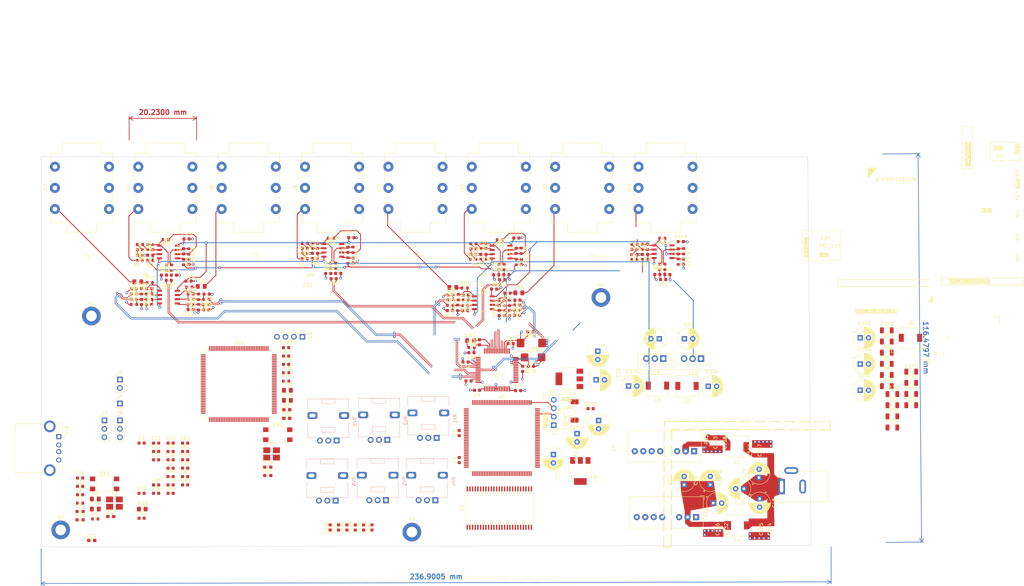
<source format=kicad_pcb>
(kicad_pcb (version 20221018) (generator pcbnew)
  (layers (0 "F.Cu" signal) (1 "In1.Cu" signal) (2 "In2.Cu" signal) (31 "B.Cu" signal) (34 "B.Paste" user) (35 "F.Paste" user) (36 "B.SilkS" user "B.Silkscreen") (37 "F.SilkS" user "F.Silkscreen") (38 "B.Mask" user) (39 "F.Mask" user) (44 "Edge.Cuts" user))
  (property "SHEETTOTAL" "4")
  (net 0 "")
  (net 1 "GND")
  (net 2 "Net-(C1-Pad1)")
  (net 3 "Net-(C49-Pad1)")
  (net 4 "Net-(U7-BOOT0)")
  (net 7 "5V")
  (net 8 "Net-(U4A--)")
  (net 9 "Net-(U4B--)")
  (net 10 "+3.3V")
  (net 11 "Net-(U4A-+)")
  (net 13 "AD1939_SPI3_MOSI")
  (net 14 "AD1939_SPI3_CLK")
  (net 15 "AD1939_SPI3_MISO")
  (net 16 "AD1939_SPI_CS")
  (net 17 "Net-(U4B-+)")
  (net 18 "Net-(C19-Pad2)")
  (net 19 "Net-(C22-Pad2)")
  (net 20 "ADC1N")
  (net 21 "AD1939_CM")
  (net 22 "+3.3VA")
  (net 24 "Net-(C41-Pad1)")
  (net 25 "GUITAR_OUT_L{slash}MONO")
  (net 26 "Net-(C44-Pad2)")
  (net 27 "GUITAR_OUT_R")
  (net 28 "Net-(C40-Pad2)")
  (net 29 "ADC1P")
  (net 30 "Net-(C42-Pad1)")
  (net 31 "EXT_INT_BUTTON")
  (net 32 "AD1939_MCLKI")
  (net 33 "AD1939_MCLKO")
  (net 34 "Net-(C46-Pad1)")
  (net 35 "Net-(C67-Pad1)")
  (net 36 "AD1939_LF")
  (net 37 "+9V")
  (net 38 "Net-(C73-Pad1)")
  (net 39 "-9V")
  (net 40 "AD1939_FILTR")
  (net 41 "OSC0")
  (net 42 "GUITAR_IN")
  (net 43 "TAP_TEMPO_INPUT")
  (net 44 "PWR_INPUT_12V-18V")
  (net 45 "/MCU/NRST")
  (net 46 "Net-(C20-Pad2)")
  (net 47 "Net-(C21-Pad2)")
  (net 48 "Net-(C23-Pad1)")
  (net 49 "POT5")
  (net 50 "POT1")
  (net 51 "POT6")
  (net 52 "POT2")
  (net 53 "POT3")
  (net 54 "POT_EXT")
  (net 55 "POT4")
  (net 56 "OSC1")
  (net 64 "Net-(U2B--)")
  (net 65 "Net-(U2B-+)")
  (net 66 "Net-(C2-Pad2)")
  (net 67 "Audio_Main_Output")
  (net 69 "Net-(C39-Pad2)")
  (net 160 "Net-(C37-Pad2)")
  (net 161 "Net-(D10-A)")
  (net 162 "Net-(D11-A)")
  (net 163 "LED1")
  (net 164 "LED2")
  (net 165 "DAC2P")
  (net 166 "DAC2N")
  (net 167 "DAC1N")
  (net 168 "DAC1P")
  (net 243 "Audio_Loop1_Send")
  (net 244 "Net-(C52-Pad1)")
  (net 245 "Net-(U8A-+)")
  (net 250 "Net-(U5-VI)")
  (net 251 "Net-(U8A--)")
  (net 257 "Net-(C65-Pad2)")
  (net 258 "Net-(U8B-+)")
  (net 259 "Net-(U8B--)")
  (net 260 "Net-(C72-Pad2)")
  (net 261 "Net-(C84-Pad2)")
  (net 262 "Net-(C85-Pad1)")
  (net 263 "Net-(U10A-+)")
  (net 264 "Net-(U10A--)")
  (net 265 "Net-(C87-Pad2)")
  (net 266 "Net-(U10B-+)")
  (net 267 "Net-(U10B--)")
  (net 268 "Net-(C91-Pad2)")
  (net 269 "Net-(C95-Pad2)")
  (net 270 "Net-(C96-Pad1)")
  (net 271 "Net-(U12A-+)")
  (net 272 "Net-(U12A--)")
  (net 273 "Net-(C98-Pad2)")
  (net 274 "Net-(U12B-+)")
  (net 275 "Net-(U12B--)")
  (net 276 "Net-(C100-Pad2)")
  (net 277 "Net-(C108-Pad2)")
  (net 278 "Net-(C109-Pad1)")
  (net 279 "Net-(U14B--)")
  (net 280 "Net-(C110-Pad2)")
  (net 281 "Net-(U14B-+)")
  (net 282 "Net-(C112-Pad1)")
  (net 283 "Audio_Loop2_Send")
  (net 284 "Net-(C114-Pad2)")
  (net 285 "Net-(C115-Pad1)")
  (net 286 "Net-(C116-Pad2)")
  (net 287 "Net-(C118-Pad1)")
  (net 288 "Audio_Loop3_Send")
  (net 293 "Audio_Main_Input")
  (net 294 "Audio_Loop1_Return")
  (net 295 "Audio_Loop2_Return")
  (net 296 "Audio_Loop3_Return")
  (net 297 "Net-(U2A-+)")
  (net 298 "Net-(U2A--)")
  (net 299 "Net-(U14A--)")
  (net 300 "Net-(U14A-+)")
  (net 301 "DAC4P")
  (net 302 "DAC4N")
  (net 303 "DAC3P")
  (net 304 "DAC3N")
  (net 309 "ADC2P")
  (net 310 "ADC2N")
  (net 311 "ADC3P")
  (net 312 "ADC3N")
  (net 313 "ADC4P")
  (net 314 "ADC4N")
  (net 315 "Net-(C121-Pad1)")
  (net 316 "Net-(C122-Pad1)")
  (net 317 "OSC0_2")
  (net 318 "/Display_Interface/MCU_Display/NRST_2")
  (net 319 "Net-(C125-Pad2)")
  (net 320 "Net-(D2-A)")
  (net 321 "Net-(D3-A)")
  (net 322 "Net-(U15-BOOT0)")
  (net 323 "OSC1_2")
  (net 441 "AD1939_SAI1A_SDO")
  (net 442 "AD1939_SAI1A_CK")
  (net 443 "AD1939_SAI1A_WS")
  (net 444 "AD1939_SAI1B_SDI")
  (net 454 "SWDIO_DSP")
  (net 455 "SWCLK_DSP")
  (net 456 "SWDIO_DISP")
  (net 457 "SWCLK_DISP")
  (net 458 "Net-(PS2-+Vin)")
  (net 461 "Net-(U13-VI)")
  (net 462 "Net-(U16-VI)")
  (net 463 "/Power/+12V")
  (net 464 "/Power/-12V")
  (net 465 "Earth")
  (net 469 "Net-(PS1-+Vin)")
  (net 470 "Net-(PS1-+Vout)")
  (footprint "Capacitor_SMD:C_0603_1608Metric" (layer "F.Cu") (at 80.675 129.865)
    (fp_text reference "C31")
    (fp_text value "10p")
  )
  (footprint "Package_SO:SSOP-8_3.9x5.05mm_P1.27mm" (layer "F.Cu") (at 206.925 59.605)
    (fp_text reference "U8")
    (fp_text value "OP275")
  )
  (footprint "Capacitor_SMD:C_0603_1608Metric" (layer "F.Cu") (at 113.825 72.125)
    (fp_text reference "C110")
    (fp_text value "68p")
  )
  (footprint "Resistor_SMD:R_0603_1608Metric" (layer "F.Cu") (at 196.025 70.375)
    (fp_text reference "R17")
    (fp_text value "604")
  )
  (footprint "Capacitor_SMD:C_0603_1608Metric" (layer "F.Cu") (at 213.075 62.575 -90)
    (fp_text reference "C66")
    (fp_text value "100n")
  )
  (footprint "Package_SO:SSOP-8_3.9x5.05mm_P1.27mm" (layer "F.Cu") (at 255.505 59.495)
    (fp_text reference "U4")
    (fp_text value "OP275")
  )
  (footprint "Capacitor_SMD:C_0603_1608Metric" (layer "F.Cu") (at 165.695 142.195 90)
    (fp_text reference "C130")
    (fp_text value "100n")
  )
  (footprint "Resistor_SMD:R_0603_1608Metric" (layer "F.Cu") (at 99.075 71.375 90)
    (fp_text reference "R69")
    (fp_text value "3k")
  )
  (footprint "Resistor_SMD:R_0603_1608Metric" (layer "F.Cu") (at 96.825 72.175)
    (fp_text reference "R67")
    (fp_text value "3k")
  )
  (footprint "Capacitor_SMD:C_0603_1608Metric" (layer "F.Cu") (at 112.175 124.415)
    (fp_text reference "C78")
    (fp_text value "100n")
  )
  (footprint "Connector_Audio:Jack_6.35mm_Neutrik_NMJ6HCD2_Horizontal" (layer "F.Cu") (at 223.14 46.705 90)
    (fp_text reference "J12")
    (fp_text value "AudioJack_Loop1_Send")
  )
  (footprint "Resistor_SMD:R_0603_1608Metric" (layer "F.Cu") (at 118.525 75.375 180)
    (fp_text reference "R60")
    (fp_text value "3k")
  )
  (footprint "Connector_Audio:Jack_6.35mm_Neutrik_NMJ6HCD2_Horizontal" (layer "F.Cu") (at 173.14 46.705 90)
    (fp_text reference "J15")
    (fp_text value "AudioJack_Loop2_Send")
  )
  (footprint "Resistor_SMD:R_0603_1608Metric" (layer "F.Cu") (at 151.175 61.575 180)
    (fp_text reference "R43")
    (fp_text value "100R")
  )
  (footprint "Resistor_SMD:R_0603_1608Metric" (layer "F.Cu") (at 212.975 59.225 -90)
    (fp_text reference "R38")
    (fp_text value "5.76k")
  )
  (footprint "Capacitor_SMD:C_0603_1608Metric" (layer "F.Cu") (at 213.385 94.625 -90)
    (fp_text reference "C32")
    (fp_text value "100n")
  )
  (footprint "Library:TSOP-2-50-new" (layer "F.Cu") (at 206.385 136.385)
    (fp_text reference "U1")
    (fp_text value "IS42S16100H-7TL")
  )
  (footprint "Capacitor_SMD:C_0603_1608Metric" (layer "F.Cu") (at 142.455 88.255)
    (fp_text reference "C123")
    (fp_text value "10p")
  )
  (footprint "Resistor_SMD:R_0603_1608Metric" (layer "F.Cu") (at 201.625 61.825 180)
    (fp_text reference "R34")
    (fp_text value "100R")
  )
  (footprint "Resistor_SMD:R_0603_1608Metric" (layer "F.Cu") (at 101.375 73.825 180)
    (fp_text reference "R72")
    (fp_text value "3k")
  )
  (footprint "Resistor_SMD:R_0603_1608Metric" (layer "F.Cu") (at 198.625 57.075 180)
    (fp_text reference "R29")
    (fp_text value "1M")
  )
  (footprint "Resistor_SMD:R_0603_1608Metric" (layer "F.Cu") (at 201.025 57.725 -90)
    (fp_text reference "R35")
    (fp_text value "1M")
  )
  (footprint "Capacitor_SMD:C_0603_1608Metric" (layer "F.Cu") (at 168.205 142.195 90)
    (fp_text reference "C131")
    (fp_text value "100n")
  )
  (footprint "Resistor_SMD:R_0603_1608Metric" (layer "F.Cu") (at 255.295 55.495 180)
    (fp_text reference "R6")
    (fp_text value "5.76k")
  )
  (footprint "Capacitor_SMD:C_0603_1608Metric" (layer "F.Cu") (at 250.845 58.045 90)
    (fp_text reference "C20")
    (fp_text value "1p")
  )
  (footprint "Capacitor_SMD:C_0603_1608Metric" (layer "F.Cu") (at 107.825 119.395)
    (fp_text reference "C55")
    (fp_text value "100n")
  )
  (footprint "Resistor_SMD:R_0603_1608Metric" (layer "F.Cu") (at 207.825 74.875 90)
    (fp_text reference "R21")
    (fp_text value "3k")
  )
  (footprint "Capacitor_SMD:C_0603_1608Metric" (layer "F.Cu") (at 256.795 66.335)
    (fp_text reference "C50")
    (fp_text value "1nF")
  )
  (footprint "Capacitor_SMD:C_0603_1608Metric" (layer "F.Cu") (at 80.675 127.355)
    (fp_text reference "C16")
    (fp_text value "100n")
  )
  (footprint "Capacitor_SMD:C_0603_1608Metric" (layer "F.Cu") (at 201.625 60.295 180)
    (fp_text reference "C53")
    (fp_text value "100n")
  )
  (footprint "Capacitor_SMD:C_0603_1608Metric" (layer "F.Cu") (at 118.525 76.915)
    (fp_text reference "C109")
    (fp_text value "560p")
  )
  (footprint "Capacitor_SMD:C_1206_3216Metric" (layer "F.Cu") (at 283.075 142.725 -90)
    (fp_text reference "C105")
    (fp_text value "10uF")
  )
  (footprint "Capacitor_SMD:C_0603_1608Metric" (layer "F.Cu") (at 215.885 93.875 180)
    (fp_text reference "C79")
    (fp_text value "100n")
  )
  (footprint "Resistor_SMD:R_0603_1608Metric" (layer "F.Cu") (at 191.675 75.575)
    (fp_text reference "R27")
    (fp_text value "3k")
  )
  (footprint "Connector_Audio:Jack_6.35mm_Neutrik_NMJ6HCD2_Horizontal" (layer "F.Cu") (at 123.14 46.705 90)
    (fp_text reference "J8")
    (fp_text value "AudioJack_Loop3_Send")
  )
  (footprint "Crystal:Crystal_SMD_SeikoEpson_TSX3225-4Pin_3.2x2.5mm_HandSoldering" (layer "F.Cu") (at 90.985 134.875)
    (fp_text reference "Y2")
    (fp_text value "X1E0000210132")
  )
  (footprint "Resistor_SMD:R_0603_1608Metric" (layer "F.Cu") (at 209.475 77.875 90)
    (fp_text reference "R20")
    (fp_text value "3k")
  )
  (footprint "Capacitor_SMD:C_0603_1608Metric" (layer "F.Cu") (at 202.415 57.725 90)
    (fp_text reference "C65")
    (fp_text value "1p")
  )
  (footprint "Resistor_SMD:R_0603_1608Metric_Pad0.98x0.95mm_HandSolder" (layer "F.Cu") (at 136.965 126.615)
    (fp_text reference "R66")
    (fp_text value "1k")
  )
  (footprint "Resistor_SMD:R_0603_1608Metric" (layer "F.Cu") (at 142.455 98.295)
    (fp_text reference "R74")
    (fp_text value "100R")
  )
  (footprint "Resistor_SMD:R_0603_1608Metric" (layer "F.Cu") (at 260.045 62.495 -90)
    (fp_text reference "R11")
    (fp_text value "100R")
  )
  (footprint "Resistor_SMD:R_0603_1608Metric" (layer "F.Cu") (at 256.045 64.045 90)
    (fp_text reference "R9")
    (fp_text value "220R")
  )
  (footprint "Converter_DCDC:Converter_DCDC_XP_POWER-ITxxxxxS_THT" (layer "F.Cu") (at 264.807621 119.315 -90)
    (fp_text reference "PS2")
    (fp_text value "WRA2412S-3WR2")
  )
  (footprint "Capacitor_SMD:C_0603_1608Metric" (layer "F.Cu") (at 98.625 60.525 180)
    (fp_text reference "C95")
    (fp_text value "10p")
  )
  (footprint "Capacitor_SMD:C_0603_1608Metric" (layer "F.Cu") (at 162.555 62.125 -90)
    (fp_text reference "C88")
    (fp_text value "100n")
  )
  (footprint "Capacitor_SMD:C_1206_3216Metric" (layer "F.Cu") (at 324.275 112.225)
    (fp_text reference "C143")
    (fp_text value "10uF")
  )
  (footprint "Capacitor_SMD:C_0603_1608Metric" (layer "F.Cu") (at 208.525 66.385)
    (fp_text reference "C82")
    (fp_text value "1nF")
  )
  (footprint "Capacitor_THT:CP_Radial_D6.3mm_P2.50mm" (layer "F.Cu") (at 314.610241 93.175)
    (fp_text reference "C150")
    (fp_text value "100uF")
  )
  (footprint "Capacitor_SMD:C_0603_1608Metric" (layer "F.Cu") (at 98.625 58.875 180)
    (fp_text reference "C96")
    (fp_text value "100n")
  )
  (footprint "Capacitor_SMD:C_0603_1608Metric" (layer "F.Cu") (at 207.275 67.905 180)
    (fp_text reference "C83")
    (fp_text value "100pF")
  )
  (footprint "Resistor_SMD:R_0603_1608Metric" (layer "F.Cu") (at 116.225 76.125 90)
    (fp_text reference "R62")
    (fp_text value "3k")
  )
  (footprint "Capacitor_SMD:C_0603_1608Metric" (layer "F.Cu") (at 200.465 86.635 90)
    (fp_text reference "C68")
    (fp_text value "2.2nF")
  )
  (footprint "Capacitor_SMD:C_0603_1608Metric" (layer "F.Cu") (at 111.705 59.375 90)
    (fp_text reference "C100")
    (fp_text value "120p")
  )
  (footprint "Capacitor_SMD:C_0603_1608Metric" (layer "F.Cu") (at 155.655 142.195 90)
    (fp_text reference "C126")
    (fp_text value "100n")
  )
  (footprint "Resistor_SMD:R_0603_1608Metric" (layer "F.Cu") (at 98.625 62.125)
    (fp_text reference "R50")
    (fp_text value "100R")
  )
  (footprint "Resistor_SMD:R_0603_1608Metric" (layer "F.Cu") (at 194.075 73.125 90)
    (fp_text reference "R31")
    (fp_text value "3k")
  )
  (footprint "Capacitor_SMD:C_0603_1608Metric" (layer "F.Cu") (at 158.165 142.195 90)
    (fp_text reference "C127")
    (fp_text value "100n")
  )
  (footprint "Resistor_SMD:R_0603_1608Metric" (layer "F.Cu") (at 157.325 63.725 90)
    (fp_text reference "R49")
    (fp_text value "220R")
  )
  (footprint "Resistor_SMD:R_0603_1608Metric" (layer "F.Cu") (at 118.525 73.835 180)
    (fp_text reference "R59")
    (fp_text value "3k")
  )
  (footprint "Connector_BarrelJack:BarrelJack_GCT_DCJ200-10-A_Horizontal" (layer "F.Cu") (at 291.075 129.925 90)
    (fp_text reference "J5")
    (fp_text value "Barrel_Jack_MountingPin")
  )
  (footprint "Package_SO:SSOP-8_3.9x5.05mm_P1.27mm" (layer "F.Cu") (at 107.175 73.105)
    (fp_text reference "U14")
    (fp_text value "OP275")
  )
  (footprint "Capacitor_THT:CP_Radial_D6.3mm_P2.50mm" (layer "F.Cu") (at 284.475 133.589759 -90)
    (fp_text reference "C48")
    (fp_text value "100uF")
  )
  (footprint "Capacitor_SMD:C_0603_1608Metric" (layer "F.Cu") (at 101.725 60.525 180)
    (fp_text reference "C97")
    (fp_text value "100n")
  )
  (footprint "Capacitor_THT:CP_Radial_D6.3mm_P2.50mm" (layer "F.Cu") (at 235.951759 89.33576 -90)
    (fp_text reference "C29")
    (fp_text value "47uF")
  )
  (footprint "Capacitor_SMD:C_0603_1608Metric" (layer "F.Cu") (at 160.985 58.925 90)
    (fp_text reference "C91")
    (fp_text value "120p")
  )
  (footprint "Capacitor_SMD:C_1206_3216Metric" (layer "F.Cu") (at 329.925 95.475)
    (fp_text reference "C144")
    (fp_text value "10uF")
  )
  (footprint "Capacitor_SMD:C_0805_2012Metric_Pad1.18x1.45mm_HandSolder" (layer "F.Cu") (at 192.455 70.205 180)
    (fp_text reference "C42")
    (fp_text value "2u2")
  )
  (footprint "Capacitor_SMD:C_0603_1608Metric" (layer "F.Cu") (at 255.545 67.845 180)
    (fp_text reference "C51")
    (fp_text value "100pF")
  )
  (footprint "Capacitor_SMD:C_0603_1608Metric" (layer "F.Cu") (at 103.475 131.945)
    (fp_text reference "C36")
    (fp_text value "100n")
  )
  (footprint "Capacitor_SMD:C_0603_1608Metric" (layer "F.Cu") (at 99.125 139.405)
    (fp_text reference "C63")
    (fp_text value "100n")
  )
  (footprint "Capacitor_SMD:C_1206_3216Metric" (layer "F.Cu") (at 324.275 105.525)
    (fp_text reference "C141")
    (fp_text value "10uF")
  )
  (footprint "Capacitor_SMD:C_1206_3216Metric" (layer "F.Cu") (at 285.675 142.725 -90)
    (fp_text reference "C104")
    (fp_text value "10uF")
  )
  (footprint "Capacitor_SMD:C_0603_1608Metric" (layer "F.Cu") (at 233.785 106.56)
    (fp_text reference "C102")
    (fp_text value "100n")
  )
  (footprint "Resistor_SMD:R_0603_1608Metric" (layer "F.Cu") (at 191.775 73.915)
    (fp_text reference "R30")
    (fp_text value "3k")
  )
  (footprint "Resistor_SMD:R_0603_1608Metric" (layer "F.Cu") (at 113.825 75.325)
    (fp_text reference "R64")
    (fp_text value "3k")
  )
  (footprint "Capacitor_SMD:C_0603_1608Metric" (layer "F.Cu") (at 80.675 132.375)
    (fp_text reference "C37")
    (fp_text value "10p")
  )
  (footprint "Resistor_SMD:R_0603_1608Metric" (layer "F.Cu") (at 85.225 139.645)
    (fp_text reference "R1")
    (fp_text value "10k")
  )
  (footprint "Resistor_SMD:R_0603_1608Metric" (layer "F.Cu") (at 206.275 64.075 90)
    (fp_text reference "R39")
    (fp_text value "220R")
  )
  (footprint "Capacitor_SMD:C_0603_1608Metric" (layer "F.Cu") (at 204.825 70.685)
    (fp_text reference "C89")
    (fp_text value "100n")
  )
  (footprint "Capacitor_SMD:C_1206_3216Metric" (layer "F.Cu") (at 322.605 96.475)
    (fp_text reference "C154")
    (fp_text value "10uF")
  )
  (footprint "Capacitor_THT:CP_Radial_D6.3mm_P2.50mm" (layer "F.Cu") (at 229.714241 114.03264 -90)
    (fp_text reference "C70")
    (fp_text value "100uF")
  )
  (footprint "Resistor_SMD:R_0603_1608Metric_Pad0.98x0.95mm_HandSolder" (layer "F.Cu") (at 136.965 124.105)
    (fp_text reference "R24")
    (fp_text value "1k")
  )
  (footprint "Resistor_SMD:R_0603_1608Metric" (layer "F.Cu") (at 142.455 95.785)
    (fp_text reference "R18")
    (fp_text value "10k")
  )
  (footprint "Capacitor_SMD:C_0603_1608Metric" (layer "F.Cu") (at 198.695 58.625 180)
    (fp_text reference "C52")
    (fp_text value "100n")
  )
  (footprint "Capacitor_THT:CP_Radial_D6.3mm_P2.50mm" (layer "F.Cu") (at 270.575 134.866265)
    (fp_text reference "C69")
    (fp_text value "100uF")
  )
  (footprint "Capacitor_SMD:C_0603_1608Metric" (layer "F.Cu") (at 102.485 58.125 90)
    (fp_text reference "C98")
    (fp_text value "1p")
  )
  (footprint "Capacitor_THT:CP_Radial_D6.3mm_P2.50mm" (layer "F.Cu") (at 245.160241 99.775)
    (fp_text reference "C135")
    (fp_text value "100uF")
  )
  (footprint "Capacitor_SMD:C_0603_1608Metric" (layer "F.Cu") (at 198.625 60.215 180)
    (fp_text reference "C2")
    (fp_text value "10p")
  )
  (footprint "Capacitor_SMD:C_0603_1608Metric" (layer "F.Cu") (at 107.825 131.945)
    (fp_text reference "C60")
    (fp_text value "100n")
  )
  (footprint "Resistor_SMD:R_0603_1608Metric" (layer "F.Cu") (at 207.925 77.875 -90)
    (fp_text reference "R22")
    (fp_text value "3k")
  )
  (footprint "Capacitor_SMD:C_0603_1608Metric" (layer "F.Cu") (at 209.799 87.025)
    (fp_text reference "C30")
    (fp_text value "100n")
  )
  (footprint "Inductor_SMD:L_6.3x6.3_H3" (layer "F.Cu") (at 228.975 107.255 90)
    (fp_text reference "L5")
    (fp_text value "10uH")
  )
  (footprint "Capacitor_THT:CP_Radial_D6.3mm_P2.50mm" (layer "F.Cu") (at 314.610241 101.025)
    (fp_text reference "C151")
    (fp_text value "100uF")
  )
  (footprint "Resistor_SMD:R_0603_1608Metric" (layer "F.Cu") (at 198.065 88.235)
    (fp_text reference "R10")
    (fp_text value "3.32k")
  )
  (footprint "Capacitor_SMD:C_0603_1608Metric" (layer "F.Cu") (at 261.645 62.485 -90)
    (fp_text reference "C18")
    (fp_text value "100n")
  )
  (footprint "Inductor_SMD:L_6.3x6.3_H3" (layer "F.Cu") (at 277.675 117.925 180)
    (fp_text reference "L1")
    (fp_text value "10uH")
  )
  (footprint "Resistor_SMD:R_0603_1608Metric" (layer "F.Cu") (at 101.375 72.175)
    (fp_text reference "R71")
    (fp_text value "3k")
  )
  (footprint "Resistor_SMD:R_0603_1608Metric" (layer "F.Cu") (at 113.275 59.425 -90)
    (fp_text reference "R56")
    (fp_text value "5.76k")
  )
  (footprint "Capacitor_SMD:C_0603_1608Metric" (layer "F.Cu") (at 253.795 66.325)
    (fp_text reference "C24")
    (fp_text value "1nF")
  )
  (footprint "Resistor_SMD:R_0603_1608Metric" (layer "F.Cu") (at 193.875 76.325 90)
    (fp_text reference "R32")
    (fp_text value "3k")
  )
  (footprint "Connector_Audio:Jack_6.35mm_Neutrik_NMJ6HCD2_Horizontal" (layer "F.Cu") (at 73.14 46.705 90)
    (fp_text reference "J14")
    (fp_text value "AudioJack_OUTPUT_Main")
  )
  (footprint "Resistor_SMD:R_0603_1608Metric" (layer "F.Cu") (at 155.875 55.425 180)
    (fp_text reference "R45")
    (fp_text value "5.76k")
  )
  (footprint "Resistor_SMD:R_0603_1608Metric" (layer "F.Cu") (at 98.625 57.325 180)
    (fp_text reference "R51")
    (fp_text value "1M")
  )
  (footprint "Package_SO:SSOP-8_3.9x5.05mm_P1.27mm" (layer "F.Cu") (at 156.475 59.085)
    (fp_text reference "U10")
    (fp_text value "OP275")
  )
  (footprint "Capacitor_SMD:C_0805_2012Metric_Pad1.18x1.45mm_HandSolder" (layer "F.Cu") (at 117.005 69.905)
    (fp_text reference "C112")
    (fp_text value "2u2")
  )
  (footprint "Resistor_SMD:R_0603_1608Metric" (layer "F.Cu") (at 161.025 62.125 -90)
    (fp_text reference "R46")
    (fp_text value "100R")
  )
  (footprint "Capacitor_SMD:C_1206_3216Metric" (layer "F.Cu") (at 322.605 86.425)
    (fp_text reference "C149")
    (fp_text value "10uF")
  )
  (footprint "Capacitor_SMD:C_0603_1608Metric" (layer "F.Cu") (at 105.825 66.515)
    (fp_text reference "C101")
    (fp_text value "1nF")
  )
  (footprint "Capacitor_SMD:C_0603_1608Metric" (layer "F.Cu") (at 191.575 77.135 180)
    (fp_text reference "C23")
    (fp_text value "560p")
  )
  (footprint "Connector_PinHeader_2.54mm:PinHeader_1x03_P2.54mm_Vertical" (layer "F.Cu") (at 92.625 110.075)
    (fp_text reference "J6")
    (fp_text value "Conn_01x03_pot_ext")
  )
  (footprint "Resistor_SMD:R_0603_1608Metric" (layer "F.Cu") (at 211.775 75.525 180)
    (fp_text reference "R15")
    (fp_text value "3k")
  )
  (footprint "Capacitor_SMD:C_0603_1608Metric" (layer "F.Cu") (at 197.175 98.235 180)
    (fp_text reference "C7")
    (fp_text value "100n")
  )
  (footprint "Package_SO:SSOP-8_3.9x5.05mm_P1.27mm" (layer "F.Cu") (at 107.175 59.575)
    (fp_text reference "U12")
    (fp_text value "OP275")
  )
  (footprint "Resistor_SMD:R_0603_1608Metric" (layer "F.Cu") (at 148.075 61.625)
    (fp_text reference "R41")
    (fp_text value "100R")
  )
  (footprint "Capacitor_SMD:C_0603_1608Metric" (layer "F.Cu") (at 246.905 60.335 180)
    (fp_text reference "C73")
    (fp_text value "100n")
  )
  (footprint "Resistor_SMD:R_0603_1608Metric" (layer "F.Cu") (at 116.225 73.025 90)
    (fp_text reference "R61")
    (fp_text value "3k")
  )
  (footprint "Capacitor_SMD:C_0603_1608Metric" (layer "F.Cu") (at 260.065 59.395 90)
    (fp_text reference "C21")
    (fp_text value "120p")
  )
  (footprint "Capacitor_SMD:C_1206_3216Metric" (layer "F.Cu") (at 272.625 142.725 -90)
    (fp_text reference "C132")
    (fp_text value "10uF")
  )
  (footprint "Capacitor_THT:CP_Radial_D6.3mm_P2.50mm" (layer "F.Cu") (at 254.389759 85.575 180)
    (fp_text reference "C27")
    (fp_text value "100uF")
  )
  (footprint "Capacitor_SMD:C_0603_1608Metric" (layer "F.Cu") (at 107.825 126.925)
    (fp_text reference "C58")
    (fp_text value "100n")
  )
  (footprint "Capacitor_SMD:C_0603_1608Metric" (layer "F.Cu") (at 155.095 66.025)
    (fp_text reference "C92")
    (fp_text value "1nF")
  )
  (footprint "Capacitor_SMD:C_1206_3216Metric" (layer "F.Cu") (at 322.605 89.775)
    (fp_text reference "C152")
    (fp_text value "10uF")
  )
  (footprint "Capacitor_THT:CP_Radial_D6.3mm_P2.50mm" (layer "F.Cu") (at 261.910241 85.575)
    (fp_text reference "C28")
    (fp_text value "100uF")
  )
  (footprint "Capacitor_SMD:C_0603_1608Metric" (layer "F.Cu") (at 103.475 129.435)
    (fp_text reference "C35")
    (fp_text value "100n")
  )
  (footprint "Capacitor_SMD:C_0603_1608Metric" (layer "F.Cu") (at 211.505 55.375)
    (fp_text reference "C113")
    (fp_text value "100n")
  )
  (footprint "Capacitor_SMD:C_0603_1608Metric" (layer "F.Cu") (at 160.675 142.195 90)
    (fp_text reference "C128")
    (fp_text value "100n")
  )
  (footprint "Resistor_SMD:R_0603_1608Metric" (layer "F.Cu") (at 106.375 55.875 180)
    (fp_text reference "R54")
    (fp_text value "5.76k")
  )
  (footprint "Capacitor_SMD:C_0805_2012Metric_Pad1.18x1.45mm_HandSolder" (layer "F.Cu") (at 98.005 68.515 180)
    (fp_text reference "C118")
    (fp_text value "2u2")
  )
  (footprint "Resistor_SMD:R_0603_1608Metric" (layer "F.Cu") (at 148.075 56.975 180)
    (fp_text reference "R42")
    (fp_text value "1M")
  )
  (footprint "Resistor_SMD:R_0805_2012Metric_Pad1.20x1.40mm_HandSolder" (layer "F.Cu") (at 99.325 136.675)
    (fp_text reference "R33")
    (fp_text value "500k")
  )
  (footprint "Capacitor_SMD:C_0603_1608Metric" (layer "F.Cu") (at 142.455 90.765)
    (fp_text reference "C124")
    (fp_text value "100n")
  )
  (footprint "Capacitor_SMD:C_0603_1608Metric" (layer "F.Cu") (at 101.425 70.575 180)
    (fp_text reference "C116")
    (fp_text value "68p")
  )
  (footprint "Capacitor_SMD:C_0603_1608Metric" (layer "F.Cu") (at 113.305 62.525 -90)
    (fp_text reference "C99")
    (fp_text value "100n")
  )
  (footprint "Capacitor_SMD:C_0603_1608Metric" (layer "F.Cu") (at 148.075 59.995 180)
    (fp_text reference "C84")
    (fp_text value "10p")
  )
  (footprint "Resistor_SMD:R_0603_1608Metric" (layer "F.Cu") (at 106.575 64.275 90)
    (fp_text reference "R57")
    (fp_text value "220R")
  )
  (footprint "Capacitor_SMD:C_0603_1608Metric" (layer "F.Cu") (at 113.825 76.865 180)
    (fp_text reference "C111")
    (fp_text value "68p")
  )
  (footprint "Capacitor_SMD:C_0805_2012Metric_Pad1.18x1.45mm_HandSolder" (layer "F.Cu") (at 142.855 104.065)
    (fp_text reference "C122")
    (fp_text value "2.2uF")
  )
  (footprint "Connector_Audio:Jack_6.35mm_Neutrik_NMJ6HCD2_Horizontal" (layer "F.Cu") (at 148.14 46.705 90)
    (fp_text reference "J9")
    (fp_text value "AudioJack_Loop2_Return")
  )
  (footprint "Capacitor_SMD:C_0603_1608Metric" (layer "F.Cu") (at 96.805 70.625)
    (fp_text reference "C114")
    (fp_text value "560p")
  )
  (footprint "MountingHole:MountingHole_3.2mm_M3_DIN965_Pad" (layer "F.Cu") (at 74.875 142.925)
    (fp_text reference "H2")
    (fp_text value "MountingHole_Pad")
  )
  (footprint "Capacitor_SMD:C_1206_3216Metric" (layer "F.Cu") (at 272.225 116.775 -90)
    (fp_text reference "C138")
    (fp_text value "10uF")
  )
  (footprint "Capacitor_THT:CP_Radial_D6.3mm_P2.50mm" (layer "F.Cu") (at 269.060241 99.875)
    (fp_text reference "C134")
    (fp_text value "100uF")
  )
  (footprint "Connector_PinHeader_2.54mm:PinHeader_1x03_P2.54mm_Vertical" (layer "F.Cu") (at 87.975 110.075)
    (fp_text reference "J3")
    (fp_text value "Audio_sig")
  )
  (footprint "Capacitor_SMD:C_0603_1608Metric" (layer "F.Cu") (at 196.175 77.175)
    (fp_text reference "C38")
    (fp_text value "68p")
  )
  (footprint "Capacitor_THT:CP_Radial_D6.3mm_P2.50mm" (layer "F.Cu") (at 314.610241 85.325)
    (fp_text reference "C140")
    (fp_text value "100uF")
  )
  (footprint "Capacitor_SMD:C_0603_1608Metric" (layer "F.Cu") (at 103.475 116.885)
    (fp_text reference "C11")
    (fp_text value "100n")
  )
  (footprint "Package_TO_SOT_THT:TO-220-3_Vertical" (layer "F.Cu") (at 266.885 91.575 180)
    (fp_text reference "U13")
    (fp_text value "LM7809_TO220")
  )
  (footprint "Capacitor_SMD:C_1206_3216Metric" (layer "F.Cu") (at 286.325 119.075 90)
    (fp_text reference "C137")
    (fp_text value "10uF")
  )
  (footprint "Capacitor_SMD:C_0603_1608Metric" (layer "F.Cu") (at 99.125 131.945)
    (fp_text reference "C10")
    (fp_text value "100n")
  )
  (footprint "Connector_PinHeader_2.54mm:PinHeader_1x04_P2.54mm_Vertical" (layer "F.Cu") (at 147.35 85 -90)
    (fp_text reference "J16")
    (fp_text value "STlink_DISP_MCU")
  )
  (footprint "Resistor_SMD:R_0603_1608Metric" (layer "F.Cu") (at 211.475 62.575 -90)
    (fp_text reference "R37")
    (fp_text value "100R")
  )
  (footprint "Capacitor_SMD:C_0603_1608Metric" (layer "F.Cu") (at 196.275 92.575 180)
    (fp_text reference "C34")
    (fp_text value "100n")
  )
  (footprint "Capacitor_SMD:C_0603_1608Metric" (layer "F.Cu") (at 196.325 72.515 180)
    (fp_text reference "C39")
    (fp_text value "68p")
  )
  (footprint "Capacitor_SMD:C_0603_1608Metric" (layer "F.Cu") (at 107.825 129.435)
    (fp_text reference "C59")
    (fp_text value "100n")
  )
  (footprint "Connector_PinHeader_2.54mm:PinHeader_1x01_P2.54mm_Vertical" (layer "F.Cu") (at 92.625 105.025)
    (fp_text reference "J4")
    (fp_text value "Conn_01x01_taptempo")
  )
  (footprint "Connector_PinHeader_2.54mm:PinHeader_1x04_P2.54mm_Vertical" (layer "F.Cu") (at 222.725 111.525 180)
    (fp_text reference "J2")
    (fp_text value "STlink_DSP")
  )
  (footprint "Capacitor_SMD:C_1206_3216Metric" (layer "F.Cu") (at 270.025 142.725 -90)
    (fp_text reference "C136")
    (fp_text value "10uF")
  )
  (footprint "Capacitor_SMD:C_0603_1608Metric" (layer "F.Cu") (at 212.025 101.145)
    (fp_text reference "C5")
    (fp_text value "100n")
  )
  (footprint "Capacitor_THT:CP_Radial_D6.3mm_P2.50mm" (layer "F.Cu") (at 284.289759 127.225 90)
    (fp_text reference "C75")
    (fp_text value "100uF")
  )
  (footprint "Converter_DCDC:Converter_DCDC_XP_POWER-ITxxxxxS_THT" (layer "F.Cu") (at 265.407621 139.085241 -90)
    (fp_text reference "PS1")
    (fp_text value "URB2405S-6WR3")
  )
  (footprint "Resistor_SMD:R_0603_1608Metric" (layer "F.Cu") (at 111.675 62.575 -90)
    (fp_text reference "R55")
    (fp_text value "100R")
  )
  (footprint "Capacitor_SMD:C_0603_1608Metric" (layer "F.Cu") (at 206.365 77.875 90)
    (fp_text reference "C45")
    (fp_text value "68p")
  )
  (footprint "Resistor_SMD:R_0603_1608Metric" (layer "F.Cu") (at 211.775 77.075 180)
    (fp_text reference "R16")
    (fp_text value "3k")
  )
  (footprint "Resistor_SMD:R_0603_1608Metric" (layer "F.Cu") (at 254.495 64.045 90)
    (fp_text reference "R8")
    (fp_text value "220R")
  )
  (footprint "Resistor_SMD:R_0603_1608Metric_Pad0.98x0.95mm_HandSolder" (layer "F.Cu") (at 80.675 137.395)
    (fp_text reference "R12")
    (fp_text value "1k")
  )
  (footprint "Capacitor_SMD:C_0805_2012Metric_Pad1.18x1.45mm_HandSolder" (layer "F.Cu") (at 212.255 71.815)
    (fp_text reference "C46")
    (fp_text value "2u2")
  )
  (footprint "MountingHole:MountingHole_3.2mm_M3_DIN965_Pad" (layer "F.Cu") (at 236.875 73.225)
    (fp_text reference "H4")
    (fp_text value "MountingHole_Pad")
  )
  (footprint "Capacitor_SMD:C_0603_1608Metric" (layer "F.Cu") (at 112.605 55.655)
    (fp_text reference "C43")
    (fp_text value "100n")
  )
  (footprint "Package_QFP:LQFP-144_20x20mm_P0.5mm" (layer "F.Cu") (at 128.275 99.175)
    (fp_text reference "U15")
    (fp_text value "STM32H723ZGTx")
  )
  (footprint "Inductor_SMD:L_6.3x6.3_H3" (layer "F.Cu") (at 253.825 99.645 180)
    (fp_text reference "L3")
    (fp_text value "10uH")
  )
  (footprint "Capacitor_SMD:C_0603_1608Metric" (layer "F.Cu") (at 99.125 116.885)
    (fp_text reference "C3")
    (fp_text value "100n")
  )
  (footprint "LED_SMD:LED_0603_1608Metric_Pad1.05x0.95mm_HandSolder" (layer "F.Cu") (at 142.67 109.455)
    (fp_text reference "D3")
    (fp_text value "LED")
  )
  (footprint "Capacitor_SMD:C_0805_2012Metric_Pad1.18x1.45mm_HandSolder" (layer "F.Cu") (at 85.255 133.655)
    (fp_text reference "C1")
    (fp_text value "2.2uF")
  )
  (footprint "Inductor_SMD:L_6.3x6.3_H3" (layer "F.Cu") (at 277.775 141.575 180)
    (fp_text reference "L4")
    (fp_text value "10uH")
  )
  (footprint "Capacitor_SMD:C_0603_1608Metric" (layer "F.Cu") (at 260.805 56.445)
    (fp_text reference "C119")
    (fp_text value "100n")
  )
  (footprint "Capacitor_SMD:C_0603_1608Metric" (layer "F.Cu") (at 107.825 121.905)
    (fp_text reference "C56")
    (fp_text value "100n")
  )
  (footprint "Inductor_SMD:L_6.3x6.3_H3" (layer "F.Cu") (at 329.705 85.325)
    (fp_text reference "L6")
    (fp_text value "10uH")
  )
  (footprint "Capacitor_THT:CP_Radial_D6.3mm_P2.50mm" (layer "F.Cu") (at 235.425 97.910241)
    (fp_text reference "C15")
    (fp_text value "100uF")
  )
  (footprint "Connector_USB:USB_A_CONNFLY_DS1095-WNR0" (layer "F.Cu") (at 74.29 114.945 -90)
    (fp_text reference "J10")
    (fp_text value "USB_A")
  )
  (footprint "Capacitor_SMD:C_0805_2012Metric_Pad1.18x1.45mm_HandSolder" (layer "F.Cu") (at 85.255 136.665)
    (fp_text reference "C49")
    (fp_text value "2.2uF")
  )
  (footprint "Capacitor_SMD:C_1206_3216Metric" (layer "F.Cu") (at 269.375 116.775 -90)
    (fp_text reference "C133")
    (fp_text value "10uF")
  )
  (footprint "Capacitor_SMD:C_0603_1608Metric" (layer "F.Cu") (at 156.725 67.585 180)
    (fp_text reference "C94")
    (fp_text value "100pF")
  )
  (footprint "Connector_Audio:Jack_6.35mm_Neutrik_NMJ6HCD2_Horizontal" (layer "F.Cu") (at 98.14 46.705 90)
    (fp_text reference "J7")
    (fp_text value "AudioJack_Loop3_Return")
  )
  (footprint "Capacitor_Tantalum_SMD:CP_EIA-7343-31_Kemet-D_Pad2.25x2.55mm_HandSolder" (layer "F.Cu") (at 215.985 86.875)
    (fp_text reference "C26")
    (fp_text value "47uF tantal")
  )
  (footprint "Capacitor_THT:CP_Radial_D6.3mm_P2.50mm" (layer "F.Cu") (at 269.675 129.375 90)
    (fp_text reference "C76")
    (fp_text value "100uF")
  )
  (footprint "Resistor_SMD:R_0603_1608Metric" (layer "F.Cu") (at 246.935 57.305 180)
    (fp_text reference "R26")
    (fp_text value "100R")
  )
  (footprint "Capacitor_SMD:C_0603_1608Metric" (layer "F.Cu") (at 112.175 129.435)
    (fp_text reference "C90")
    (fp_text value "100n")
  )
  (footprint "Capacitor_SMD:C_1206_3216Metric" (layer "F.Cu") (at 322.605 93.125)
    (fp_text reference "C153")
    (fp_text value "10uF")
  )
  (footprint "Capacitor_THT:CP_Radial_D6.3mm_P2.50mm" (layer "F.Cu") (at 261.84247 129.375 90)
    (fp_text reference "C77")
    (fp_text value "100uF")
  )
  (footprint "Package_SO:SSOP-8_3.9x5.05mm_P1.27mm" (layer "F.Cu") (at 201.625 74.805)
    (fp_text reference "U2")
    (fp_text value "OP275")
  )
  (footprint "Capacitor_SMD:C_0603_1608Metric" (layer "F.Cu") (at 211.775 78.605)
    (fp_text reference "C41")
    (fp_text value "560p")
  )
  (footprint "Resistor_SMD:R_0603_1608Metric" (layer "F.Cu") (at 96.825 75.325)
    (fp_text reference "R70")
    (fp_text value "3k")
  )
  (footprint "Capacitor_SMD:C_0805_2012Metric_Pad1.18x1.45mm_HandSolder" (layer "F.Cu") (at 197.795 86.155)
    (fp_text reference "C67")
    (fp_text value "39nF")
  )
  (footprint "Capacitor_SMD:C_0603_1608Metric" (layer "F.Cu") (at 246.935 58.845)
    (fp_text reference "C19")
    (fp_text value "10p")
  )
  (footprint "Capacitor_SMD:C_0603_1608Metric" (layer "F.Cu") (at 191.775 72.455)
    (fp_text reference "C22")
    (fp_text value "560p")
  )
  (footprint "Resistor_SMD:R_0603_1608Metric" (layer "F.Cu") (at 196.175 75.575 180)
    (fp_text reference "R14")
    (fp_text value "3k")
  )
  (footprint "Capacitor_SMD:C_0603_1608Metric" (layer "F.Cu") (at 112.175 119.395)
    (fp_text reference "C62")
    (fp_text value "100n")
  )
  (footprint "Capacitor_SMD:C_0603_1608Metric" (layer "F.Cu") (at 151.865 57.725 90)
    (fp_text reference "C87")
    (fp_text value "1p")
  )
  (footprint "Resistor_SMD:R_0603_1608Metric" (layer "F.Cu") (at 155.775 63.725 90)
    (fp_text reference "R48")
    (fp_text value "220R")
  )
  (footprint "Capacitor_SMD:C_0603_1608Metric" (layer "F.Cu") (at 118.625 72.195 180)
    (fp_text reference "C108")
    (fp_text value "560p")
  )
  (footprint "Button_Switch_SMD:SW_SPST_TL3305A" (layer "F.Cu") (at 88.025 129.125)
    (fp_text reference "SW1")
    (fp_text value "SW_SPST")
  )
  (footprint "Resistor_SMD:R_0603_1608Metric" (layer "F.Cu") (at 261.695 59.345 -90)
    (fp_text reference "R7")
    (fp_text value "5.76k")
  )
  (footprint "Capacitor_SMD:C_0603_1608Metric" (layer "F.Cu") (at 194.375 113.875 90)
    (fp_text reference "C8")
    (fp_text value "100n")
  )
  (footprint "Capacitor_SMD:C_0603_1608Metric" (layer "F.Cu") (at 250.095 60.295 180)
    (fp_text reference "C17")
    (fp_text value "100n")
  )
  (footprint "MountingHole:MountingHole_3.2mm_M3_DIN965_Pad" (layer "F.Cu") (at 180.175 143.575)
    (fp_text reference "H3")
    (fp_text value "MountingHole_Pad")
  )
  (footprint "Package_QFP:LQFP-64_10x10mm_P0.5mm" (layer "F.Cu") (at 205.7 94.95)
    (fp_text reference "U11")
    (fp_text value "~")
  )
  (footprint "MountingHole:MountingHole_3.2mm_M3_DIN965_Pad" (layer "F.Cu") (at 84.075 78.775)
    (fp_text reference "H1")
    (fp_text value "MountingHole_Pad")
  )
  (footprint "Capacitor_SMD:C_0603_1608Metric" (layer "F.Cu") (at 198.025 89.775 180)
    (fp_text reference "C33")
    (fp_text value "100n")
  )
  (footprint "Capacitor_SMD:C_0603_1608Metric" (layer "F.Cu") (at 211.825 74.005 180)
    (fp_text reference "C40")
    (fp_text value "560p")
  )
  (footprint "Resistor_SMD:R_0603_1608Metric" (layer "F.Cu") (at 250.145 61.785 180)
    (fp_text reference "R3")
    (fp_text value "100R")
  )
  (footprint "Capacitor_SMD:C_0603_1608Metric" (layer "F.Cu") (at 107.825 116.885)
    (fp_text reference "C54")
    (fp_text value "100n")
  )
  (footprint "Resistor_SMD:R_0603_1608Metric" (layer "F.Cu") (at 101.575 68.775)
    (fp_text reference "R73")
    (fp_text value "604")
  )
  (footprint "Capacitor_SMD:C_0603_1608Metric" (layer "F.Cu") (at 199.725 101.055 180)
    (fp_text reference "C6")
    (fp_text value "100n")
  )
  (footprint "Package_TO_SOT_THT:TO-220-3_Vertical" (layer "F.Cu") (at 255.585 91.535 180)
    (fp_text reference "U16")
    (fp_text value "LM7909_TO220")
  )
  (footprint "Resistor_SMD:R_0603_1608Metric" (layer "F.Cu") (at 162.525 58.925 -90)
    (fp_text reference "R47")
    (fp_text value "5.76k")
  )
  (footprint "Capacitor_SMD:C_0603_1608Metric" (layer "F.Cu") (at 112.175 126.925)
    (fp_text reference "C81")
    (fp_text value "100n")
  )
  (footprint "Capacitor_SMD:C_0603_1608Metric" (layer "F.Cu") (at 112.175 116.885)
    (fp_text reference "C61")
    (fp_text value "100n")
  )
  (footprint "Package_QFP:LQFP-144_20x20mm_P0.5mm" (layer "F.Cu") (at 207.175 115.375)
    (fp_text reference "U7")
    (fp_text value "STM32H723ZGTx")
  )
  (footprint "Connector_Audio:Jack_6.35mm_Neutrik_NMJ6HCD2_Horizontal" (layer "F.Cu") (at 248.14 46.705 90)
    (fp_text reference "J13")
    (fp_text value "AudioJack_INPUT_Main")
  )
  (footprint "Capacitor_SMD:C_0603_1608Metric" (layer "F.Cu") (at 148.075 58.485 180)
    (fp_text reference "C85")
    (fp_text value "100n")
  )
  (footprint "Resistor_SMD:R_0603_1608Metric" (layer "F.Cu") (at 206.575 55.925 180)
    (fp_text reference "R36")
    (fp_text value "5.76k")
  )
  (footprint "Capacitor_SMD:C_0603_1608Metric" (layer "F.Cu") (at 112.175 121.905)
    (fp_text reference "C64")
    (fp_text value "100n")
  )
  (footprint "Capacitor_SMD:C_1206_3216Metric" (layer "F.Cu") (at 324.275 102.175)
    (fp_text reference "C139")
    (fp_text value "10uF")
  )
  (footprint "Capacitor_Tantalum_SMD:CP_EIA-6032-28_Kemet-C_Pad2.25x2.35mm_HandSolder" (layer "F.Cu") (at 216.535 91.175)
    (fp_text reference "C80")
    (fp_text value "10uF tantal")
  )
  (footprint "Resistor_SMD:R_0603_1608Metric" (layer "F.Cu") (at 249.295 58.045 -90)
    (fp_text reference "R5")
    (fp_text value "1M")
  )
  (footprint "Capacitor_SMD:C_1206_3216Metric" (layer "F.Cu") (at 329.925 105.525)
    (fp_text reference "C147")
    (fp_text value "10uF")
  )
  (footprint "Capacitor_SMD:C_0603_1608Metric" (layer "F.Cu") (at 99.085 74.575 -90)
    (fp_text reference "C115")
    (fp_text value "560p")
  )
  (footprint "Resistor_SMD:R_0603_1608Metric" (layer "F.Cu") (at 108.125 64.275 90)
    (fp_text reference "R58")
    (fp_text value "220R")
  )
  (footprint "Capacitor_SMD:C_0603_1608Metric" (layer "F.Cu") (at 151.125 59.975 180)
    (fp_text reference "C86")
    (fp_text value "100n")
  )
  (footprint "Capacitor_SMD:C_0603_1608Metric" (layer "F.Cu") (at 194.385 121.975 90)
    (fp_text reference "C9")
    (fp_text value "100n")
  )
  (footprint "Capacitor_SMD:C_0603_1608Metric" (layer "F.Cu") (at 163.185 142.195 90)
    (fp_text reference "C129")
    (fp_text value "100n")
  )
  (footprint "LED_SMD:LED_0603_1608Metric_Pad1.05x0.95mm_HandSolder" (layer "F.Cu") (at 142.67 106.865)
    (fp_text reference "D2")
    (fp_text value "LED")
  )
  (footprint "Button_Switch_SMD:SW_SPST_TL3305A" (layer "F.Cu") (at 139.965 114.375)
    (fp_text reference "SW2")
    (fp_text value "SW_SPST")
  )
  (footprint "Capacitor_SMD:C_0603_1608Metric" (layer "F.Cu") (at 107.825 124.415)
    (fp_text reference "C57")
    (fp_text value "100n")
  )
  (footprint "Capacitor_SMD:C_1206_3216Metric" (layer "F.Cu") (at 322.605 99.825)
    (fp_text reference "C155")
    (fp_text value "10uF")
  )
  (footprint "Capacitor_SMD:C_0603_1608Metric" (layer "F.Cu") (at 162.03 55.29)
    (fp_text reference "C47")
    (fp_text value "100n")
  )
  (footprint "Capacitor_SMD:C_0603_1608Metric" (layer "F.Cu") (at 103.475 119.395)
    (fp_text reference "C12")
    (fp_text value "100n")
  )
  (footprint "Resistor_SMD:R_0603_1608Metric" (layer "F.Cu") (at 196.325 73.975)
    (fp_text reference "R13")
    (fp_text value "3k")
  )
  (footprint "Capacitor_SMD:C_0603_1608Metric" (layer "F.Cu") (at 113.205 68.305)
    (fp_text reference "C120")
    (fp_text value "100n")
  )
  (footprint "Capacitor_SMD:C_1206_3216Metric" (layer "F.Cu") (at 324.275 108.875)
    (fp_text reference "C142")
    (fp_text value "10uF")
  )
  (footprint "Resistor_SMD:R_0603_1608Metric" (layer "F.Cu") (at 113.375 70.125 180)
    (fp_text reference "R65")
    (fp_text value "604")
  )
  (footprint "Capacitor_SMD:C_0603_1608Metric" (layer "F.Cu") (at 205.475 66.385)
    (fp_text reference "C74")
    (fp_text value "1nF")
  )
  (footprint "Capacitor_SMD:C_0603_1608Metric" (layer "F.Cu") (at 142.455 93.275)
    (fp_text reference "C125")
    (fp_text value "10p")
  )
  (footprint "Capacitor_THT:CP_Radial_D6.3mm_P2.50mm" (layer "F.Cu") (at 236.175 110.110241 -90)
    (fp_text reference "C4")
    (fp_text value "100uF")
  )
  (footprint "Resistor_SMD:R_0603_1608Metric" (layer "F.Cu") (at 96.825 73.725)
    (fp_text reference "R68")
    (fp_text value "3k")
  )
  (footprint "Capacitor_SMD:C_0603_1608Metric" (layer "F.Cu") (at 211.435 59.225 90)
    (fp_text reference "C72")
    (fp_text value "120p")
  )
  (footprint "Capacitor_SMD:C_1206_3216Metric" (layer "F.Cu") (at 322.605 83.075)
    (fp_text reference "C148")
    (fp_text value "10uF")
  )
  (footprint "Resistor_SMD:R_0603_1608Metric" (layer "F.Cu") (at 208.825 71.925 180)
    (fp_text reference "R23")
    (fp_text value "604")
  )
  (footprint "Package_TO_SOT_SMD:SOT-223-3_TabPin2" (layer "F.Cu") (at 230.706 125.254 -90)
    (fp_text reference "U9")
    (fp_text value "MIC2920A-3.3WS-TR")
  )
  (footprint "Package_TO_SOT_SMD:SOT-223-3_TabPin2" (layer "F.Cu") (at 227.413 97.625 180)
    (fp_text reference "U5")
    (fp_text value "MIC2920A-3.3WS-TR")
  )
  (footprint "Resistor_SMD:R_0603_1608Metric" (layer "F.Cu") (at 101.675 62.125 180)
    (fp_text reference "R52")
    (fp_text value "100R")
  )
  (footprint "Capacitor_SMD:C_0805_2012Metric_Pad1.18x1.45mm_HandSolder" (layer "F.Cu") (at 142.855 101.055)
    (fp_text reference "C121")
    (fp_text value "2.2uF")
  )
  (footprint "Resistor_SMD:R_0603_1608Metric" (layer "F.Cu") (at 246.875 61.855)
    (fp_text reference "R4")
    (fp_text value "1M")
  )
  (footprint "LED_SMD:LED_0603_1608Metric_Pad1.05x0.95mm_HandSolder" (layer "F.Cu") (at 89.88 138.895)
    (fp_text reference "D10")
    (fp_text value "LED")
  )
  (footprint "Resistor_SMD:R_0603_1608Metric" (layer "F.Cu") (at 100.925 58.125 -90)
    (fp_text reference "R53")
    (fp_text value "1M")
  )
  (footprint "Crystal:Crystal_SMD_SeikoEpson_TSX3225-4Pin_3.2x2.5mm_HandSoldering" (layer "F.Cu") (at 138.115 120.125)
    (fp_text reference "Y1")
    (fp_text value "X1E0000210132")
  )
  (footprint "Capacitor_THT:CP_Radial_D6.3mm_P2.50mm" (layer "F.Cu") (at 222.632119 120.328202 -90)
    (fp_text reference "C71")
    (fp_text value "47uf")
  )
  (footprint "Resistor_SMD:R_0603_1608Metric" (layer "F.Cu") (at 207.825 64.075 90)
    (fp_text reference "R40")
    (fp_text value "220R")
  )
  (footprint "Capacitor_SMD:C_0603_1608Metric" (layer "F.Cu") (at 108.825 66.525)
    (fp_text reference "C106")
    (fp_text value "1nF")
  )
  (footprint "Resistor_SMD:R_0603_1608Metric" (layer "F.Cu") (at 209.425 74.825 90)
    (fp_text reference "R19")
    (fp_text value "3k")
  )
  (footprint "Capacitor_SMD:C_0603_1608Metric" (layer "F.Cu") (at 101.375 75.335)
    (fp_text reference "C117")
    (fp_text value "68p")
  )
  (footprint "Capacitor_SMD:C_0603_1608Metric" (layer "F.Cu") (at 103.475 121.905)
    (fp_text reference "C14")
    (fp_text value "100n")
  )
  (footprint "Resistor_SMD:R_0603_1608Metric" (layer "F.Cu") (at 198.575 61.775)
    (fp_text reference "R28")
    (fp_text value "100R")
  )
  (footprint "LED_SMD:LED_0603_1608Metric_Pad1.05x0.95mm_HandSolder" (layer "F.Cu") (at 84.18 146.085)
    (fp_text reference "D11")
    (fp_text value "LED")
  )
  (footprint "Resistor_SMD:R_0603_1608Metric" (layer "F.Cu") (at 113.825 73.725 180)
    (fp_text reference "R63")
    (fp_text value "3k")
  )
  (footprint "Connector_PinHeader_2.54mm:PinHeader_1x02_P2.54mm_Vertical" (layer "F.Cu") (at 92.625 97.825)
    (fp_text reference "J1")
    (fp_text value "Power conn")
  )
  (footprint "Capacitor_SMD:C_0603_1608Metric" (layer "F.Cu") (at 158.075 66.005)
    (fp_text reference "C93")
    (fp_text value "1nF")
  )
  (footprint "Capacitor_SMD:C_1206_3216Metric" (layer "F.Cu") (at 329.925 102.175)
    (fp_text reference "C146")
    (fp_text value "10uF")
  )
  (footprint "Capacitor_THT:CP_Radial_D6.3mm_P2.50mm" (layer "F.Cu") (at 279.775 130.589759 180)
    (fp_text reference "C13")
    (fp_text value "100uF")
  )
  (footprint "Resistor_SMD:R_0603_1608Metric_Pad0.98x0.95mm_HandSolder" (layer "F.Cu") (at 80.675 139.905)
    (fp_text reference "R25")
    (fp_text value "1k")
  )
  (footprint "Inductor_SMD:L_6.3x6.3_H3" (layer "F.Cu") (at 262.675 99.745 180)
    (fp_text reference "L2")
    (fp_text value "10uH")
  )
  (footprint "Capacitor_SMD:C_0603_1608Metric" (layer "F.Cu") (at 215.685 83.495 180)
    (fp_text reference "C25")
    (fp_text value "100n")
  )
  (footprint "Resistor_SMD:R_0603_1608Metric" (layer "F.Cu") (at 80.675 134.885)
    (fp_text reference "R2")
    (fp_text value "100R")
  )
  (footprint "Connector_Audio:Jack_6.35mm_Neutrik_NMJ6HCD2_Horizontal" (layer "F.Cu") (at 198.14 46.705 90)
    (fp_text reference "J11")
    (fp_text value "AudioJack_Loop1_Return")
  )
  (footprint "Resistor_SMD:R_0603_1608Metric" (layer "F.Cu") (at 150.425 57.725 -90)
    (fp_text reference "R44")
    (fp_text value "1M")
  )
  (footprint "Capacitor_SMD:C_1206_3216Metric" (layer "F.Cu") (at 329.925 98.825)
    (fp_text reference "C145")
    (fp_text value "10uF")
  )
  (footprint "Capacitor_SMD:C_0603_1608Metric" (layer "F.Cu") (at 107.275 68.065 180)
    (fp_text reference "C107")
    (fp_text value "100pF")
  )
  (footprint "Capacitor_SMD:C_1206_3216Metric" (layer "F.Cu") (at 283.475 119.075 90)
    (fp_text reference "C103")
    (fp_text value "10uF")
  )
  (footprint "Capacitor_SMD:C_0603_1608Metric" (layer "F.Cu") (at 206.325 74.825 90)
    (fp_text reference "C44")
    (fp_text value "68p")
  )
  (footprint "Potentiometer_THT:Potentiometer_Alps_RK09L_Single_Vertical" (layer "B.Cu") (at 187.2125 134.025 90)
    (fp_text reference "RV4")
    (fp_text value "R_Potentiometer")
  )
  (footprint "Potentiometer_THT:Potentiometer_Alps_RK09L_Single_Vertical" (layer "B.Cu") (at 172.8125 115.925 90)
    (fp_text reference "RV2")
    (fp_text value "R_Potentiometer")
  )
  (footprint "Potentiometer_THT:Potentiometer_Alps_RK09L_Single_Vertical" (layer "B.Cu") (at 172.4125 134.025 90)
    (fp_text reference "RV5")
    (fp_text value "R_Potentiometer")
  )
  (footprint "Potentiometer_THT:Potentiometer_Alps_RK09L_Single_Vertical" (layer "B.Cu") (at 157.6125 116.125 90)
    (fp_text reference "RV3")
    (fp_text value "R_Potentiometer")
  )
  (footprint "Potentiometer_THT:Potentiometer_Alps_RK09L_Single_Vertical" (layer "B.Cu") (at 157.3125 134.125 90)
    (fp_text reference "RV6")
    (fp_text value "R_Potentiometer")
  )
  (footprint "Potentiometer_THT:Potentiometer_Alps_RK09L_Single_Vertical" (layer "B.Cu") (at 187.6125 115.325 90)
    (fp_text reference "RV1")
    (fp_text value "R_Potentiometer")
  )
  (gr_line (start 332.45 82.574) (end 334.228 82.574) (stroke (width 0.15)) (layer "F.SilkS"))
  (gr_rect (start 297.23 53.166) (end 308.66 62.056) (stroke (width 0.15) (type dash)) (fill none) (layer "F.SilkS"))
  (gr_line (start 308.03 67.89) (end 335.462 67.89) (stroke (width 0.15)) (layer "F.SilkS"))
  (gr_line (start 325.73 89.692) (end 323.952 89.692) (stroke (width 0.15)) (layer "F.SilkS"))
  (gr_line (start 323.952 89.692) (end 323.952 87.914) (stroke (width 0.15)) (layer "F.SilkS"))
  (gr_line (start 340.75 86.052) (end 340.75 84.274) (stroke (width 0.15)) (layer "F.SilkS"))
  (gr_line (start 354.634 79.074) (end 356.412 79.074) (stroke (width 0.15)) (layer "F.SilkS"))
  (gr_line (start 81.57 60.358) (end 83.348 60.358) (stroke (width 0.15)) (layer "F.SilkS"))
  (gr_poly (pts (xy 305.7 110.5) (xy 305.7 112.9) (xy 258.1 112.8) (xy 258 148) (xy 255.7 148) (xy 255.9 110.4)) (stroke (width 0.3) (type dash)) (fill solid) (layer "F.SilkS"))
  (gr_rect (start 219.624 102.342) (end 229.022 112.756) (stroke (width 0.15) (type dash)) (fill none) (layer "F.SilkS"))
  (gr_line (start 233.57 60.658) (end 235.348 60.658) (stroke (width 0.15)) (layer "F.SilkS"))
  (gr_line (start 183.721 60.668) (end 183.721 62.446) (stroke (width 0.15)) (layer "F.SilkS"))
  (gr_line (start 338.886 69.422) (end 363.6764 69.422) (stroke (width 0.15)) (layer "F.SilkS"))
  (gr_line (start 133.781827 60.142691) (end 133.781827 61.920691) (stroke (width 0.15)) (layer "F.SilkS"))
  (gr_rect (start 353.736 26.658) (end 362.626 32.246) (stroke (width 0.15) (type dash)) (fill none) (layer "F.SilkS"))
  (gr_line (start 363.6764 67.39) (end 338.886 67.39) (stroke (width 0.15)) (layer "F.SilkS"))
  (gr_rect (start 345.236 21.924) (end 348.284 34.624) (stroke (width 0.15) (type dash)) (fill none) (layer "F.SilkS"))
  (gr_line (start 235.348 60.658) (end 235.348 62.436) (stroke (width 0.15)) (layer "F.SilkS"))
  (gr_line (start 356.412 79.074) (end 356.412 80.852) (stroke (width 0.15)) (layer "F.SilkS"))
  (gr_line (start 338.886 67.39) (end 338.886 69.422) (stroke (width 0.15)) (layer "F.SilkS"))
  (gr_line (start 132.003827 60.142691) (end 133.781827 60.142691) (stroke (width 0.15)) (layer "F.SilkS"))
  (gr_line (start 83.348 60.358) (end 83.348 62.136) (stroke (width 0.15)) (layer "F.SilkS"))
  (gr_poly (pts (xy 335.08 74.487016) (xy 336.37082 74.487016) (xy 336.35 72.988)) (stroke (width 0.15)) (fill solid) (layer "F.SilkS"))
  (gr_poly (pts (xy 319.582 34.37) (xy 317.042 34.37) (xy 317.042 37.418)) (stroke (width 0.15)) (fill solid) (layer "F.SilkS"))
  (gr_line (start 335.462 69.922) (end 308.03 69.922) (stroke (width 0.15)) (layer "F.SilkS"))
  (gr_line (start 181.943 60.668) (end 183.721 60.668) (stroke (width 0.15)) (layer "F.SilkS"))
  (gr_line (start 363.6764 69.422) (end 363.6764 67.39) (stroke (width 0.15)) (layer "F.SilkS"))
  (gr_line (start 308.03 69.922) (end 308.03 67.89) (stroke (width 0.15)) (layer "F.SilkS"))
  (gr_poly (pts (xy 298.9 31.1) (xy 299.9 147.6) (xy 69 148) (xy 69 94) (xy 69 31)) (stroke (width 0.1)) (fill none) (layer "Edge.Cuts"))
  (gr_text "+5V" (at 350.85 47.75) (layer "F.SilkS" knockout) (effects (font (size 1 1)) (justify left bottom)))
  (gr_text "C50" (at 99.6272 69.4336) (layer "F.SilkS") (effects (font (size 1 1))))
  (gr_text "ANALOG BORDER" (at 341.172 69.0156) (layer "F.SilkS" knockout) (effects (font (size 1 1)) (justify left bottom)))
  (gr_text "TapTempo" (at 347.4712 34.0144 90) (layer "F.SilkS" knockout) (effects (font (size 1 1)) (justify left bottom)))
  (gr_text "R" (at 336.5688 90.7816) (layer "F.SilkS") (effects (font (size 1 1)) (justify left bottom)))
  (gr_text "VIN" (at 361.15 59.95 270) (layer "F.SilkS") (effects (font (size 1 1)) (justify left bottom)))
  (gr_text "3.3V" (at 302.5132 55.96) (layer "F.SilkS") (effects (font (size 1 1)) (justify left bottom)))
  (gr_text "R5" (at 97.6956 63.5156) (layer "F.SilkS") (effects (font (size 1 1))))
  (gr_text "L" (at 339.2104 90.7816) (layer "F.SilkS") (effects (font (size 1 1)) (justify left bottom)))
  (gr_text "VIN" (at 355.26 31.484) (layer "F.SilkS") (effects (font (size 1 1)) (justify left bottom)))
  (gr_text "R9" (at 100.392 66.422) (layer "F.SilkS") (effects (font (size 1 1))))
  (gr_text "STM32H723ZGT6" (at 319.093336 38.408091) (layer "F.SilkS") (effects (font (size 1 1)) (justify left bottom)))
  (gr_text "ANALOG BORDER" (at 313.1776 78.0156) (layer "F.SilkS" knockout) (effects (font (size 1 1)) (justify left bottom)))
  (gr_text "R9" (at 201.642 66.372) (layer "F.SilkS") (effects (font (size 1 1))))
  (gr_text "R5" (at 198.9456 63.4656) (layer "F.SilkS") (effects (font (size 1 1))))
  (gr_text "VIN" (at 361.15 46.95 270) (layer "F.SilkS") (effects (font (size 1 1)) (justify left bottom)))
  (gr_text "DIO" (at 228.588248 105.6456 180) (layer "F.SilkS") (effects (font (size 1 1)) (justify left bottom)))
  (gr_text "POT_EXT" (at 302.2592 58.3984) (layer "F.SilkS") (effects (font (size 1 1)) (justify left bottom)))
  (gr_text "CLK" (at 228.588248 108.5396 180) (layer "F.SilkS") (effects (font (size 1 1)) (justify left bottom)))
  (gr_text "R5" (at 147.0456 63.7156) (layer "F.SilkS") (effects (font (size 1 1))))
  (gr_text "OUT" (at 335.5528 93.6264 90) (layer "F.SilkS") (effects (font (size 1 1)) (justify left bottom)))
  (gr_text "GND" (at 228.220391 103.055 180) (layer "F.SilkS" knockout) (effects (font (size 1 1)) (justify left bottom)))
  (gr_text "PWR" (at 361.0004 27.0136 -90) (layer "F.SilkS" knockout) (effects (font (size 1 1)) (justify left bottom)))
  (gr_text "C50" (at 148.9772 69.6336) (layer "F.SilkS") (effects (font (size 1 1))))
  (gr_text "C50" (at 200.8772 69.3836) (layer "F.SilkS") (effects (font (size 1 1))))
  (gr_text "3.3V" (at 228.588248 110.6732 180) (layer "F.SilkS") (effects (font (size 1 1)) (justify left bottom)))
  (gr_text "R9" (at 149.742 66.622) (layer "F.SilkS") (effects (font (size 1 1))))
  (gr_text "GND" (at 354.4472 29.0456) (layer "F.SilkS" knockout) (effects (font (size 1 1)) (justify left bottom)))
  (gr_text "GND" (at 361.25 37.45 -90) (layer "F.SilkS" knockout) (effects (font (size 1 1)) (justify left bottom)))
  (gr_text "IN" (at 333.0486 89.1194) (layer "F.SilkS") (effects (font (size 1 1)) (justify left bottom)))
  (gr_text "VIN" (at 361.05 53.75 270) (layer "F.SilkS") (effects (font (size 1 1)) (justify left bottom)))
  (gr_text "EXT_POT" (at 299.008 61.548 90) (layer "F.SilkS" knockout) (effects (font (size 1 1)) (justify left bottom)))
  (gr_text "GND" (at 302.1576 61.0908) (layer "F.SilkS" knockout) (effects (font (size 1 1)) (justify left bottom)))
  (gr_text "+5V" (at 361.05 40.95 270) (layer "F.SilkS") (effects (font (size 1 1)) (justify left bottom)))
  (gr_text "STLINK" (at 220.9956 112.502 90) (layer "F.SilkS" knockout) (effects (font (size 1 1)) (justify left bottom)))
  (gr_text "VIN" (at 361.05 34.45 -90) (layer "F.SilkS") (effects (font (size 1 1)) (justify left bottom)))
  (dimension (type aligned) (layer "F.Cu") (pts (xy 115.625 26.505) (xy 95.395 26.505)) (height 7.005) (gr_text "20.2300 mm" (at 105.51 17.7) (layer "F.Cu") (effects (font (size 1.5 1.5) (thickness 0.3)))) (format (prefix "") (suffix "") (units 3) (units_format 1) (precision 4)) (style (thickness 0.2) (arrow_length 1.27) (text_position_mode 0) (extension_height 0.58642) (extension_offset 0.5) keep_text_aligned))
  (dimension (type aligned) (layer "B.Cu") (pts (xy 320.8 30.2) (xy 321.85 146.675)) (height -11.189591) (gr_text "116.4797 mm" (at 334.314063 88.320406 270.5164966) (layer "B.Cu") (effects (font (size 1.5 1.5) (thickness 0.3)))) (format (prefix "") (suffix "") (units 3) (units_format 1) (precision 4)) (style (thickness 0.2) (arrow_length 1.27) (text_position_mode 0) (extension_height 0.58642) (extension_offset 0.5) keep_text_aligned))
  (dimension (type aligned) (layer "B.Cu") (pts (xy 69 148) (xy 305.9 147.5)) (height 10.999999) (gr_text "236.9005 mm" (at 187.469417 156.949978 0.120928017) (layer "B.Cu") (effects (font (size 1.5 1.5) (thickness 0.3)))) (format (prefix "") (suffix "") (units 3) (units_format 1) (precision 4)) (style (thickness 0.2) (arrow_length 1.27) (text_position_mode 0) (extension_height 0.58642) (extension_offset 0.5) keep_text_aligned))
  (segment (start 199.184315 92.7) (end 200.025 92.7) (width 0.25) (layer "F.Cu") (net 1))
  (segment (start 211.375 91.2) (end 210.4745 91.2) (width 0.25) (layer "F.Cu") (net 1))
  (segment (start 113.98 68.305) (end 115.295 68.305) (width 0.25) (layer "F.Cu") (net 1))
  (segment (start 96.03 70.625) (end 95.875 70.625) (width 0.25) (layer "F.Cu") (net 1))
  (segment (start 193.875 77.15) (end 195.375 77.15) (width 0.25) (layer "F.Cu") (net 1))
  (segment (start 119.885 76.915) (end 120.6 76.2) (width 0.25) (layer "F.Cu") (net 1))
  (segment (start 116.225 76.95) (end 114.685 76.95) (width 0.25) (layer "F.Cu") (net 1))
  (segment (start 114.685 76.95) (end 114.6 76.865) (width 0.25) (layer "F.Cu") (net 1))
  (segment (start 150.35 59.975) (end 149.6 59.975) (width 0.25) (layer "F.Cu") (net 1))
  (segment (start 163.2755 62.9) (end 163.9 62.2755) (width 0.25) (layer "F.Cu") (net 1))
  (segment (start 212.8 101.145) (end 213.995 101.145) (width 0.25) (layer "F.Cu") (net 1))
  (segment (start 209.475 79.675) (end 209.5 79.7) (width 0.25) (layer "F.Cu") (net 1))
  (segment (start 113.305 63.3) (end 114.6 63.3) (width 0.25) (layer "F.Cu") (net 1))
  (segment (start 246.15 58.855) (end 246.16 58.845) (width 0.25) (layer "F.Cu") (net 1))
  (segment (start 205.45 100.625) (end 205.45 99.4) (width 0.25) (layer "F.Cu") (net 1))
  (segment (start 201.25 98.7) (end 201.3 98.65) (width 0.25) (layer "F.Cu") (net 1))
  (segment (start 213.355 77.8) (end 212.55 78.605) (width 0.25) (layer "F.Cu") (net 1))
  (segment (start 99.085 75.35) (end 99.085 76.585) (width 0.25) (layer "F.Cu") (net 1))
  (segment (start 95.325 75.325) (end 94.6 74.6) (width 0.25) (layer "F.Cu") (net 1))
  (segment (start 96 75.325) (end 95.325 75.325) (width 0.25) (layer "F.Cu") (net 1))
  (segment (start 116.225 77.575) (end 116.1 77.7) (width 0.25) (layer "F.Cu") (net 1))
  (segment (start 262.685 56.445) (end 262.8 56.56) (width 0.25) (layer "F.Cu") (net 1))
  (segment (start 206.365 78.65) (end 206.365 79.565) (width 0.25) (layer "F.Cu") (net 1))
  (segment (start 148.85 59.995) (end 149.58 59.995) (width 0.25) (layer "F.Cu") (net 1))
  (segment (start 209.57 78.605) (end 209.475 78.7) (width 0.25) (layer "F.Cu") (net 1))
  (segment (start 210.0005 92.692158) (end 210.508342 93.2) (width 0.25) (layer "F.Cu") (net 1))
  (segment (start 213.385 97.665) (end 213.385 95.4) (width 0.25) (layer "F.Cu") (net 1))
  (segment (start 109.6 66.525) (end 110.475 66.525) (width 0.25) (layer "F.Cu") (net 1))
  (segment (start 210.534315 92.2) (end 211.375 92.2) (width 0.25) (layer "F.Cu") (net 1))
  (segment (start 162.555 62.9) (end 163.2755 62.9) (width 0.25) (layer "F.Cu") (net 1))
  (segment (start 261.58 56.445) (end 262.685 56.445) (width 0.25) (layer "F.Cu") (net 1))
  (segment (start 206.345 70.755) (end 206.9 70.2) (width 0.25) (layer "F.Cu") (net 1))
  (segment (start 216.66 93.3145) (end 217.4 92.5745) (width 0.25) (layer "F.Cu") (net 1))
  (segment (start 195.4 91.55) (end 195.5 91.65) (width 0.25) (layer "F.Cu") (net 1))
  (segment (start 219.185 86.875) (end 220.675 86.875) (width 0.25) (layer "F.Cu") (net 1))
  (segment (start 220.675 86.875) (end 220.7 86.85) (width 0.25) (layer "F.Cu") (net 1))
  (segment (start 197.805 101.055) (end 197.7 100.95) (width 0.25) (layer "F.Cu") (net 1))
  (segment (start 191 72.455) (end 190.145 72.455) (width 0.25) (layer "F.Cu") (net 1))
  (segment (start 205.45 99.4) (end 205.4 99.35) (width 0.25) (layer "F.Cu") (net 1))
  (segment (start 199.184315 91.2) (end 200.025 91.2) (width 0.25) (layer "F.Cu") (net 1))
  (segment (start 100.6 76.5) (end 100.6 75.335) (width 0.25) (layer "F.Cu") (net 1))
  (segment (start 163.59 55.29) (end 163.6 55.3) (width 0.25) (layer "F.Cu") (net 1))
  (segment (start 217.545 83.495) (end 217.6 83.55) (width 0.25) (layer "F.Cu") (net 1))
  (segment (start 213.225 55.375) (end 213.3 55.3) (width 0.25) (layer "F.Cu") (net 1))
  (segment (start 116.225 76.95) (end 116.225 77.575) (width 0.25) (layer "F.Cu") (net 1))
  (segment (start 257.57 66.335) (end 257.57 67.93) (width 0.25) (layer "F.Cu") (net 1))
  (segment (start 205.95 100.625) (end 204.95 100.625) (width 0.25) (layer "F.Cu") (net 1))
  (segment (start 204.7 66.385) (end 204.7 67.5) (width 0.25) (layer "F.Cu") (net 1))
  (segment (start 200.85 60.295) (end 200.1 60.295) (width 0.25) (layer "F.Cu") (net 1))
  (segment (start 213.075 63.35) (end 213.95 63.35) (width 0.25) (layer "F.Cu") (net 1))
  (segment (start 95.875 70.625) (end 94.7 71.8) (width 0.25) (layer "F.Cu") (net 1))
  (segment (start 209.3 66.385) (end 209.3 67.6) (width 0.25) (layer "F.Cu") (net 1))
  (segment (start 198.5 91.884315) (end 199.184315 91.2) (width 0.25) (layer "F.Cu") (net 1))
  (segment (start 195.5 92.175) (end 195.6 92.275) (width 0.25) (layer "F.Cu") (net 1))
  (segment (start 116.2 76.925) (end 116.225 76.95) (width 0.25) (layer "F.Cu") (net 1))
  (segment (start 105.05 66.515) (end 105.05 67.65) (width 0.25) (layer "F.Cu") (net 1))
  (segment (start 100.585 75.35) (end 100.6 75.335) (width 0.25) (layer "F.Cu") (net 1))
  (segment (start 219.085 91.175) (end 219.085 92.265) (width 0.25) (layer "F.Cu") (net 1))
  (segment (start 212.905 74.005) (end 212.6 74.005) (width 0.25) (layer "F.Cu") (net 1))
  (segment (start 210.4745 91.2) (end 210 90.7255) (width 0.25) (layer "F.Cu") (net 1))
  (segment (start 219.185 86.875) (end 219.925 86.875) (width 0.25) (layer "F.Cu") (net 1))
  (segment (start 219.875 86.875) (end 220.7 86.05) (width 0.25) (layer "F.Cu") (net 1))
  (segment (start 149.58 59.995) (end 149.6 59.975) (width 0.25) (layer "F.Cu") (net 1))
  (segment (start 154.32 67.32) (end 154.4 67.4) (width 0.25) (layer "F.Cu") (net 1))
  (segment (start 209.475 78.7) (end 209.475 79.675) (width 0.25) (layer "F.Cu") (net 1))
  (segment (start 219.085 91.175) (end 218.7995 91.175) (width 0.25) (layer "F.Cu") (net 1))
  (segment (start 261.645 64.405) (end 261.7 64.46) (width 0.25) (layer "F.Cu") (net 1))
  (segment (start 154.32 66.025) (end 154.32 67.32) (width 0.25) (layer "F.Cu") (net 1))
  (segment (start 162.805 55.29) (end 163.59 55.29) (width 0.25) (layer "F.Cu") (net 1))
  (segment (start 249.32 60.295) (end 247.72 60.295) (width 0.25) (layer "F.Cu") (net 1))
  (segment (start 204.7 67.5) (end 205 67.8) (width 0.25) (layer "F.Cu") (net 1))
  (segment (start 195.375 77.15) (end 195.4 77.175) (width 0.25) (layer "F.Cu") (net 1))
  (segment (start 210.508342 93.2) (end 211.375 93.2) (width 0.25) (layer "F.Cu") (net 1))
  (segment (start 200.025 98.7) (end 201.25 98.7) (width 0.25) (layer "F.Cu") (net 1))
  (segment (start 253.02 67.3555) (end 253.5245 67.86) (width 0.25) (layer "F.Cu") (net 1))
  (segment (start 216.66 93.875) (end 216.66 93.3145) (width 0.25) (layer "F.Cu") (net 1))
  (segment (start 195.5 91.65) (end 195.5 92.175) (width 0.25) (layer "F.Cu") (net 1))
  (segment (start 220.625 86.775) (end 220.7 86.85) (width 0.25) (layer "F.Cu") (net 1))
  (segment (start 158.85 66.005) (end 158.85 67.35) (width 0.25) (layer "F.Cu") (net 1))
  (segment (start 114.6 76.865) (end 114.6 77.2) (width 0.25) (layer "F.Cu") (net 1))
  (segment (start 193.875 77.15) (end 193.875 78.175) (width 0.25) (layer "F.Cu") (net 1))
  (segment (start 205.58 70.755) (end 206.345 70.755) (width 0.25) (layer "F.Cu") (net 1))
  (segment (start 190.145 72.455) (end 189.6 73) (width 0.25) (layer "F.Cu") (net 1))
  (segment (start 210.0005 92.692158) (end 210.042157 92.692158) (width 0.25) (layer "F.Cu") (net 1))
  (segment (start 217.475 93.875) (end 216.66 93.875) (width 0.25) (layer "F.Cu") (net 1))
  (segment (start 213.7 74.8) (end 212.905 74.005) (width 0.25) (layer "F.Cu") (net 1))
  (segment (start 114.4 55.655) (end 113.38 55.655) (width 0.25) (layer "F.Cu") (net 1))
  (segment (start 213.8 77.8) (end 213.355 77.8) (width 0.25) (layer "F.Cu") (net 1))
  (segment (start 105.05 67.65) (end 105.1 67.7) (width 0.25) (layer "F.Cu") (net 1))
  (segment (start 198.5 92.015685) (end 199.184315 92.7) (width 0.25) (layer "F.Cu") (net 1))
  (segment (start 211.375 98.7) (end 210.05 98.7) (width 0.25) (layer "F.Cu") (net 1))
  (segment (start 210.58 88.37) (end 210.5 88.45) (width 0.25) (layer "F.Cu") (net 1))
  (segment (start 119.4 72.195) (end 120.195 72.195) (width 0.25) (layer "F.Cu") (net 1))
  (segment (start 119.3 76.915) (end 119.885 76.915) (width 0.25) (layer "F.Cu") (net 1))
  (segment (start 253.02 66.325) (end 253.02 67.3555) (width 0.25) (layer "F.Cu") (net 1))
  (segment (start 200.02 60.215) (end 200.1 60.295) (width 0.25) (layer "F.Cu") (net 1))
  (segment (start 115.295 68.305) (end 115.3 68.3) (width 0.25) (layer "F.Cu") (net 1))
  (segment (start 120.195 72.195) (end 120.3 72.3) (width 0.25) (layer "F.Cu") (net 1))
  (segment (start 99.4 60.525) (end 100.2 60.525) (width 0.25) (layer "F.Cu") (net 1))
  (segment (start 198.95 101.055) (end 198.95 101) (width 0.25) (layer "F.Cu") (net 1))
  (segment (start 198.95 101.055) (end 197.805 101.055) (width 0.25) (layer "F.Cu") (net 1))
  (segment (start 219.085 92.265) (end 218 93.35) (width 0.25) (layer "F.Cu") (net 1))
  (segment (start 99.085 76.585) (end 99.1 76.6) (width 0.25) (layer "F.Cu") (net 1))
  (segment (start 114.6 63.3) (end 114.7 63.2) (width 0.25) (layer "F.Cu") (net 1))
  (segment (start 257.57 67.93) (end 257.6 67.96) (width 0.25) (layer "F.Cu") (net 1))
  (segment (start 219.925 86.875) (end 220.7 87.65) (width 0.25) (layer "F.Cu") (net 1))
  (segment (start 213.3 97.75) (end 213.385 97.665) (width 0.25) (layer "F.Cu") (net 1))
  (segment (start 100.7 76.6) (end 100.6 76.5) (width 0.25) (layer "F.Cu") (net 1))
  (segment (start 209.3 67.6) (end 209.5 67.8) (width 0.25) (layer "F.Cu") (net 1))
  (segment (start 196.1 89.85) (end 196.175 89.775) (width 0.25) (layer "F.Cu") (net 1))
  (segment (start 210.042157 92.692158) (end 210.534315 92.2) (width 0.25) (layer "F.Cu") (net 1))
  (segment (start 193.875 78.175) (end 194 78.3) (width 0.25) (layer "F.Cu") (net 1))
  (segment (start 218 93.35) (end 217.475 93.875) (width 0.25) (layer "F.Cu") (net 1))
  (segment (start 216.46 83.495) (end 217.545 83.495) (width 0.25) (layer "F.Cu") (net 1))
  (segment (start 212.28 55.375) (end 213.225 55.375) (width 0.25) (layer "F.Cu") (net 1))
  (segment (start 210.58 87.205) (end 210.58 88.37) (width 0.25) (layer "F.Cu") (net 1))
  (segment (start 196.4 98.235) (end 196.4 99.35) (width 0.25) (layer "F.Cu") (net 1))
  (segment (start 210.05 98.7) (end 209.9 98.55) (width 0.25) (layer "F.Cu") (net 1))
  (segment (start 190.8 77.135) (end 190.335 77.135) (width 0.25) (layer "F.Cu") (net 1))
  (segment (start 213.995 101.145) (end 214 101.15) (width 0.25) (layer "F.Cu") (net 1))
  (segment (start 190.335 77.135) (end 189.7 76.5) (width 0.25) (layer "F.Cu") (net 1))
  (segment (start 199.4 60.215) (end 200.02 60.215) (width 0.25) (layer "F.Cu") (net 1))
  (segment (start 114.6 77.2) (end 115.1 77.7) (width 0.25) (layer "F.Cu") (net 1))
  (segment (start 198.5 91.884315) (end 198.5 92.015685) (width 0.25) (layer "F.Cu") (net 1))
  (segment (start 110.475 66.525) (end 110.5 66.5) (width 0.25) (layer "F.Cu") (net 1))
  (segment (start 196.175 89.775) (end 197.25 89.775) (width 0.25) (layer "F.Cu") (net 1))
  (segment (start 100.95 60.525) (end 100.2 60.525) (width 0.25) (layer "F.Cu") (net 1))
  (segment (start 219.185 86.875) (end 219.875 86.875) (width 0.25) (layer "F.Cu") (net 1))
  (segment (start 218.7995 91.175) (end 217.4 92.5745) (width 0.25) (layer "F.Cu") (net 1))
  (segment (start 213.95 63.35) (end 214.3 63.7) (width 0.25) (layer "F.Cu") (net 1))
  (segment (start 261.645 63.26) (end 261.645 64.405) (width 0.25) (layer "F.Cu") (net 1))
  (segment (start 158.85 67.35) (end 158.8 67.4) (width 0.25) (layer "F.Cu") (net 1))
  (segment (start 206.365 79.565) (end 206.4 79.6) (width 0.25) (layer "F.Cu") (net 1))
  (via (at 115.1 77.7) (size 0.8) (drill 0.4) (layers "F.Cu" "B.Cu") (net 1))
  (via (at 196.1 89.85) (size 0.8) (drill 0.4) (layers "F.Cu" "B.Cu") (net 1))
  (via (at 200.1 60.295) (size 0.8) (drill 0.4) (layers "F.Cu" "B.Cu") (net 1))
  (via (at 205.4 99.35) (size 0.8) (drill 0.4) (layers "F.Cu" "B.Cu") (net 1))
  (via (at 209.5 67.8) (size 0.8) (drill 0.4) (layers "F.Cu" "B.Cu") (net 1))
  (via (at 213.3 97.75) (size 0.8) (drill 0.4) (layers "F.Cu" "B.Cu") (net 1))
  (via (at 158.8 67.4) (size 0.8) (drill 0.4) (layers "F.Cu" "B.Cu") (net 1))
  (via (at 214 101.15) (size 0.8) (drill 0.4) (layers "F.Cu" "B.Cu") (net 1))
  (via (at 220.7 87.65) (size 0.8) (drill 0.4) (layers "F.Cu" "B.Cu") (net 1))
  (via (at 213.8 77.8) (size 0.8) (drill 0.4) (layers "F.Cu" "B.Cu") (net 1))
  (via (at 253.5245 67.86) (size 0.8) (drill 0.4) (layers "F.Cu" "B.Cu") (net 1))
  (via (at 114.4 55.655) (size 0.8) (drill 0.4) (layers "F.Cu" "B.Cu") (net 1))
  (via (at 197.7 100.95) (size 0.8) (drill 0.4) (layers "F.Cu" "B.Cu") (net 1))
  (via (at 220.7 86.85) (size 0.8) (drill 0.4) (layers "F.Cu" "B.Cu") (net 1))
  (via (at 257.6 67.96) (size 0.8) (drill 0.4) (layers "F.Cu" "B.Cu") (net 1))
  (via (at 213.3 55.3) (size 0.8) (drill 0.4) (layers "F.Cu" "B.Cu") (net 1))
  (via (at 195.4 91.55) (size 0.8) (drill 0.4) (layers "F.Cu" "B.Cu") (net 1))
  (via (at 210.5 88.45) (size 0.8) (drill 0.4) (layers "F.Cu" "B.Cu") (net 1))
  (via (at 189.7 76.5) (size 0.8) (drill 0.4) (layers "F.Cu" "B.Cu") (net 1))
  (via (at 262.8 56.56) (size 0.8) (drill 0.4) (layers "F.Cu" "B.Cu") (net 1))
  (via (at 149.6 59.975) (size 0.8) (drill 0.4) (layers "F.Cu" "B.Cu") (net 1))
  (via (at 206.4 79.6) (size 0.8) (drill 0.4) (layers "F.Cu" "B.Cu") (net 1))
  (via (at 115.3 68.3) (size 0.8) (drill 0.4) (layers "F.Cu" "B.Cu") (net 1))
  (via (at 220.7 86.05) (size 0.8) (drill 0.4) (layers "F.Cu" "B.Cu") (net 1))
  (via (at 94.6 74.6) (size 0.8) (drill 0.4) (layers "F.Cu" "B.Cu") (net 1))
  (via (at 100.7 76.6) (size 0.8) (drill 0.4) (layers "F.Cu" "B.Cu") (net 1))
  (via (at 218 93.35) (size 0.8) (drill 0.4) (layers "F.Cu" "B.Cu") (net 1))
  (via (at 154.4 67.4) (size 0.8) (drill 0.4) (layers "F.Cu" "B.Cu") (net 1))
  (via (at 210 90.7255) (size 0.8) (drill 0.4) (layers "F.Cu" "B.Cu") (net 1))
  (via (at 261.7 64.46) (size 0.8) (drill 0.4) (layers "F.Cu" "B.Cu") (net 1))
  (via (at 209.5 79.7) (size 0.8) (drill 0.4) (layers "F.Cu" "B.Cu") (net 1))
  (via (at 110.5 66.5) (size 0.8) (drill 0.4) (layers "F.Cu" "B.Cu") (net 1))
  (via (at 209.9 98.55) (size 0.8) (drill 0.4) (layers "F.Cu" "B.Cu") (net 1))
  (via (at 210.0005 92.692158) (size 0.8) (drill 0.4) (layers "F.Cu" "B.Cu") (net 1))
  (via (at 189.6 73) (size 0.8) (drill 0.4) (layers "F.Cu" "B.Cu") (net 1))
  (via (at 116.1 77.7) (size 0.8) (drill 0.4) (layers "F.Cu" "B.Cu") (net 1))
  (via (at 198.5 91.884315) (size 0.8) (drill 0.4) (layers "F.Cu" "B.Cu") (net 1))
  (via (at 100.2 60.525) (size 0.8) (drill 0.4) (layers "F.Cu" "B.Cu") (net 1))
  (via (at 194 78.3) (size 0.8) (drill 0.4) (layers "F.Cu" "B.Cu") (net 1))
  (via (at 94.7 71.8) (size 0.8) (drill 0.4) (layers "F.Cu" "B.Cu") (net 1))
  (via (at 206.9 70.2) (size 0.8) (drill 0.4) (layers "F.Cu" "B.Cu") (net 1))
  (via (at 205 67.8) (size 0.8) (drill 0.4) (layers "F.Cu" "B.Cu") (net 1))
  (via (at 248.5 60.295) (size 0.8) (drill 0.4) (layers "F.Cu" "B.Cu") (net 1))
  (via (at 99.1 76.6) (size 0.8) (drill 0.4) (layers "F.Cu" "B.Cu") (net 1))
  (via (at 196.4 99.35) (size 0.8) (drill 0.4) (layers "F.Cu" "B.Cu") (net 1))
  (via (at 217.4 92.5745) (size 0.8) (drill 0.4) (layers "F.Cu" "B.Cu") (net 1))
  (via (at 163.9 62.2755) (size 0.8) (drill 0.4) (layers "F.Cu" "B.Cu") (net 1))
  (via (at 120.6 76.2) (size 0.8) (drill 0.4) (layers "F.Cu" "B.Cu") (net 1))
  (via (at 217.6 83.55) (size 0.8) (drill 0.4) (layers "F.Cu" "B.Cu") (net 1))
  (via (at 201.3 98.65) (size 0.8) (drill 0.4) (layers "F.Cu" "B.Cu") (net 1))
  (via (at 163.6 55.3) (size 0.8) (drill 0.4) (layers "F.Cu" "B.Cu") (net 1))
  (via (at 213.7 74.8) (size 0.8) (drill 0.4) (layers "F.Cu" "B.Cu") (net 1))
  (via (at 214.3 63.7) (size 0.8) (drill 0.4) (layers "F.Cu" "B.Cu") (net 1))
  (via (at 105.1 67.7) (size 0.8) (drill 0.4) (layers "F.Cu" "B.Cu") (net 1))
  (via (at 114.7 63.2) (size 0.8) (drill 0.4) (layers "F.Cu" "B.Cu") (net 1))
  (via (at 120.3 72.3) (size 0.8) (drill 0.4) (layers "F.Cu" "B.Cu") (net 1))
  (segment (start 264.575 74.075) (end 264.575 92.385) (width 0.25) (layer "B.Cu") (net 1))
  (segment (start 258.6 68.1) (end 264.575 74.075) (width 0.25) (layer "B.Cu") (net 1))
  (segment (start 247.82 57.395) (end 249.295 58.87) (width 0.25) (layer "F.Cu") (net 8))
  (segment (start 250.595 58.88) (end 252.81 58.88) (width 0.25) (layer "F.Cu") (net 8))
  (segment (start 252.81 58.88) (end 252.83 58.86) (width 0.25) (layer "F.Cu") (net 8))
  (segment (start 250.795 58.87) (end 250.845 58.82) (width 0.25) (layer "F.Cu") (net 8))
  (segment (start 246.05 61.855) (end 246.05 61.755) (width 0.25) (layer "F.Cu") (net 8))
  (segment (start 249.295 58.87) (end 250.795 58.87) (width 0.25) (layer "F.Cu") (net 8))
  (segment (start 258.23 60.13) (end 258.42 60.32) (width 0.25) (layer "F.Cu") (net 9))
  (segment (start 256.63 60.13) (end 258.18 60.13) (width 0.25) (layer "F.Cu") (net 9))
  (segment (start 258.18 60.13) (end 258.23 60.13) (width 0.25) (layer "F.Cu") (net 9))
  (segment (start 258.18 60.13) (end 260.025 60.13) (width 0.25) (layer "F.Cu") (net 9))
  (segment (start 256.12 57.43) (end 256.35 57.66) (width 0.25) (layer "F.Cu") (net 9))
  (segment (start 260.025 60.13) (end 260.065 60.17) (width 0.25) (layer "F.Cu") (net 9))
  (segment (start 256.12 55.495) (end 256.12 57.43) (width 0.25) (layer "F.Cu") (net 9))
  (segment (start 256.6 60.16) (end 256.63 60.13) (width 0.25) (layer "F.Cu") (net 9))
  (segment (start 260.065 60.17) (end 261.695 60.17) (width 0.25) (layer "F.Cu") (net 9))
  (via (at 256.35 57.66) (size 0.8) (drill 0.4) (layers "F.Cu" "B.Cu") (net 9))
  (via (at 256.6 60.16) (size 0.8) (drill 0.4) (layers "F.Cu" "B.Cu") (net 9))
  (segment (start 256.35 59.91) (end 256.35 57.66) (width 0.25) (layer "B.Cu") (net 9))
  (segment (start 256.6 60.16) (end 256.35 59.91) (width 0.25) (layer "B.Cu") (net 9))
  (segment (start 201.95 100.625) (end 200.93 100.625) (width 0.25) (layer "F.Cu") (net 10))
  (segment (start 198.485 97.7) (end 197.95 98.235) (width 0.25) (layer "F.Cu") (net 10))
  (segment (start 200.93 100.625) (end 200.5 101.055) (width 0.25) (layer "F.Cu") (net 10))
  (segment (start 200.025 97.7) (end 198.485 97.7) (width 0.25) (layer "F.Cu") (net 10))
  (segment (start 211.25 101.145) (end 209.97 101.145) (width 0.25) (layer "F.Cu") (net 10))
  (segment (start 209.97 101.145) (end 209.45 100.625) (width 0.25) (layer "F.Cu") (net 10))
  (segment (start 250.87 60.295) (end 252.665 60.295) (width 0.25) (layer "F.Cu") (net 11))
  (segment (start 252.665 60.295) (end 252.83 60.13) (width 0.25) (layer "F.Cu") (net 11))
  (segment (start 250.97 60.395) (end 250.87 60.295) (width 0.25) (layer "F.Cu") (net 11))
  (segment (start 250.97 61.785) (end 250.97 60.395) (width 0.25) (layer "F.Cu") (net 11))
  (segment (start 261.605 61.67) (end 261.645 61.71) (width 0.25) (layer "F.Cu") (net 17))
  (segment (start 260.045 61.67) (end 261.605 61.67) (width 0.25) (layer "F.Cu") (net 17))
  (segment (start 258.18 61.4) (end 259.775 61.4) (width 0.25) (layer "F.Cu") (net 17))
  (segment (start 259.775 61.4) (end 260.045 61.67) (width 0.25) (layer "F.Cu") (net 17))
  (segment (start 247.71 58.845) (end 247.65 58.845) (width 0.25) (layer "F.Cu") (net 18))
  (segment (start 246.13 60.335) (end 246.22 60.335) (width 0.25) (layer "F.Cu") (net 18))
  (segment (start 247.65 58.845) (end 246.11 57.305) (width 0.25) (layer "F.Cu") (net 18))
  (segment (start 246.22 60.335) (end 247.71 58.845) (width 0.25) (layer "F.Cu") (net 18))
  (segment (start 192.6 72.505) (end 192.55 72.455) (width 0.25) (layer "F.Cu") (net 19))
  (segment (start 195.485 73.95) (end 195.55 74.015) (width 0.25) (layer "F.Cu") (net 19))
  (segment (start 192.6 73.915) (end 192.6 72.505) (width 0.25) (layer "F.Cu") (net 19))
  (segment (start 254.57 67.645) (end 254.77 67.845) (width 0.2) (layer "F.Cu") (net 20))
  (segment (start 206.95 89.275) (end 206.95 88.112499) (width 0.2) (layer "F.Cu") (net 20))
  (segment (start 206.95 88.112499) (end 206.975 88.087499) (width 0.2) (layer "F.Cu") (net 20))
  (segment (start 254.495 66.25) (end 254.57 66.325) (width 0.2) (layer "F.Cu") (net 20))
  (segment (start 254.57 66.325) (end 254.57 67.645) (width 0.2) (layer "F.Cu") (net 20))
  (segment (start 206.975 88.087499) (end 206.975 86.0568) (width 0.2) (layer "F.Cu") (net 20))
  (segment (start 254.495 64.87) (end 254.495 66.25) (width 0.2) (layer "F.Cu") (net 20))
  (segment (start 214.91 83.495) (end 214.91 84.75) (width 0.25) (layer "F.Cu") (net 21))
  (segment (start 201.007538 64.6) (end 200.507538 64.1) (width 0.25) (layer "F.Cu") (net 21))
  (segment (start 200.507538 64.1) (end 187.4 64.1) (width 0.25) (layer "F.Cu") (net 21))
  (segment (start 212.785 86.875) (end 212.785 83.865) (width 0.25) (layer "F.Cu") (net 21))
  (segment (start 150.1245 64.3) (end 122.5 64.3) (width 0.25) (layer "F.Cu") (net 21))
  (segment (start 161.025 63.625) (end 161.025 62.95) (width 0.25) (layer "F.Cu") (net 21))
  (segment (start 150.6 63.8245) (end 150.1245 64.3) (width 0.25) (layer "F.Cu") (net 21))
  (segment (start 204.1 64.6) (end 203.575 64.6) (width 0.25) (layer "F.Cu") (net 21))
  (segment (start 182.7 64.1) (end 161.5 64.1) (width 0.25) (layer "F.Cu") (net 21))
  (segment (start 115.4 64.4) (end 112.675 64.4) (width 0.25) (layer "F.Cu") (net 21))
  (segment (start 214.91 84.75) (end 212.785 86.875) (width 0.25) (layer "F.Cu") (net 21))
  (segment (start 150.3 61.625) (end 150.35 61.575) (width 0.25) (layer "F.Cu") (net 21))
  (segment (start 208.545 86.105) (end 212.015 86.105) (width 0.25) (layer "F.Cu") (net 21))
  (segment (start 150.6 63.8245) (end 150.3 63.5245) (width 0.25) (layer "F.Cu") (net 21))
  (segment (start 203.575 64.6) (end 200.8 61.825) (width 0.25) (layer "F.Cu") (net 21))
  (segment (start 161.4 64) (end 160.2 64) (width 0.25) (layer "F.Cu") (net 21))
  (segment (start 160.2 64) (end 160 64.2) (width 0.25) (layer "F.Cu") (net 21))
  (segment (start 112.675 64.4) (end 111.675 63.4) (width 0.25) (layer "F.Cu") (net 21))
  (segment (start 207.95 86.7) (end 208.545 86.105) (width 0.25) (layer "F.Cu") (net 21))
  (segment (start 211 63.875) (end 211.475 63.4) (width 0.25) (layer "F.Cu") (net 21))
  (segment (start 161.4 64) (end 161.025 63.625) (width 0.25) (layer "F.Cu") (net 21))
  (segment (start 211 65.2) (end 211 63.875) (width 0.25) (layer "F.Cu") (net 21))
  (segment (start 260 63.365) (end 260.045 63.32) (width 0.25) (layer "F.Cu") (net 21))
  (segment (start 207.95 89.275) (end 207.95 86.7) (width 0.25) (layer "F.Cu") (net 21))
  (segment (start 249.32 65.68) (end 249.32 61.785) (width 0.25) (layer "F.Cu") (net 21))
  (segment (start 212.785 83.865) (end 213.1 83.55) (width 0.25) (layer "F.Cu") (net 21))
  (segment (start 204.1 64.6) (end 201.007538 64.6) (width 0.25) (layer "F.Cu") (net 21))
  (segment (start 212.015 86.105) (end 212.785 86.875) (width 0.25) (layer "F.Cu") (net 21))
  (segment (start 150.3 63.5245) (end 150.3 61.625) (width 0.25) (layer "F.Cu") (net 21))
  (segment (start 161.5 64.1) (end 161.4 64) (width 0.25) (layer "F.Cu") (net 21))
  (segment (start 104.5245 64.9) (end 103.625 64.9) (width 0.25) (layer "F.Cu") (net 21))
  (segment (start 103.625 64.9) (end 100.85 62.125) (width 0.25) (layer "F.Cu") (net 21))
  (via (at 160 64.2) (size 0.8) (drill 0.4) (layers "F.Cu" "B.Cu") (net 21))
  (via (at 182.7 64.1) (size 0.8) (drill 0.4) (layers "F.Cu" "B.Cu") (net 21))
  (via (at 211 65.2) (size 0.8) (drill 0.4) (layers "F.Cu" "B.Cu") (net 21))
  (via (at 104.5245 64.9) (size 0.8) (drill 0.4) (layers "F.Cu" "B.Cu") (net 21))
  (via (at 213.1 83.55) (size 0.8) (drill 0.4) (layers "F.Cu" "B.Cu") (net 21))
  (via (at 187.4 64.1) (size 0.8) (drill 0.4) (layers "F.Cu" "B.Cu") (net 21))
  (via (at 122.5 64.3) (size 0.8) (drill 0.4) (layers "F.Cu" "B.Cu") (net 21))
  (via (at 150.6 63.8245) (size 0.8) (drill 0.4) (layers "F.Cu" "B.Cu") (net 21))
  (via (at 204.1 64.6) (size 0.8) (drill 0.4) (layers "F.Cu" "B.Cu") (net 21))
  (via (at 115.4 64.4) (size 0.8) (drill 0.4) (layers "F.Cu" "B.Cu") (net 21))
  (segment (start 208.5 67.7) (end 211 65.2) (width 0.25) (layer "B.Cu") (net 21))
  (segment (start 115.4 64.4) (end 115.5 64.3) (width 0.25) (layer "B.Cu") (net 21))
  (segment (start 211 65.2) (end 204.7 65.2) (width 0.25) (layer "B.Cu") (net 21))
  (segment (start 228.5 83) (end 230.6 80.9) (width 0.25) (layer "B.Cu") (net 21))
  (segment (start 187.4 64.1) (end 182.7 64.1) (width 0.25) (layer "B.Cu") (net 21))
  (segment (start 114.8 64.9) (end 115.3 64.4) (width 0.25) (layer "B.Cu") (net 21))
  (segment (start 104.5245 64.9) (end 114.8 64.9) (width 0.25) (layer "B.Cu") (net 21))
  (segment (start 115.3 64.4) (end 115.4 64.4) (width 0.25) (layer "B.Cu") (net 21))
  (segment (start 204.7 65.2) (end 204.1 64.6) (width 0.25) (layer "B.Cu") (net 21))
  (segment (start 160 64.2) (end 150.9755 64.2) (width 0.25) (layer "B.Cu") (net 21))
  (segment (start 150.9755 64.2) (end 150.6 63.8245) (width 0.25) (layer "B.Cu") (net 21))
  (segment (start 115.5 64.3) (end 122.5 64.3) (width 0.25) (layer "B.Cu") (net 21))
  (segment (start 208.5 80.5) (end 208.5 67.7) (width 0.25) (layer "B.Cu") (net 21))
  (segment (start 211 65.2) (end 242.5 65.2) (width 0.25) (layer "B.Cu") (net 21))
  (segment (start 200.465 87.41) (end 199.715 87.41) (width 0.25) (layer "F.Cu") (net 22))
  (segment (start 200.025 93.2) (end 198.35 93.2) (width 0.25) (layer "F.Cu") (net 22))
  (segment (start 202.95 89.275) (end 202.95 87.55) (width 0.25) (layer "F.Cu") (net 22))
  (segment (start 202.95 87.55) (end 200.605 87.55) (width 0.25) (layer "F.Cu") (net 22))
  (segment (start 197.8 92.65) (end 197.125 92.65) (width 0.25) (layer "F.Cu") (net 22))
  (segment (start 199.715 87.41) (end 198.89 88.235) (width 0.25) (layer "F.Cu") (net 22))
  (segment (start 198.8 89.775) (end 198.8 88.325) (width 0.25) (layer "F.Cu") (net 22))
  (segment (start 208.45 87.785) (end 209.03 87.205) (width 0.25) (layer "F.Cu") (net 22))
  (segment (start 208.45 89.275) (end 208.45 87.785) (width 0.25) (layer "F.Cu") (net 22))
  (segment (start 198.8 88.325) (end 198.89 88.235) (width 0.25) (layer "F.Cu") (net 22))
  (segment (start 212.235 92.7) (end 213.385 93.85) (width 0.25) (layer "F.Cu") (net 22))
  (segment (start 197.125 92.65) (end 197.05 92.575) (width 0.25) (layer "F.Cu") (net 22))
  (segment (start 198.35 93.2) (end 197.8 92.65) (width 0.25) (layer "F.Cu") (net 22))
  (segment (start 200.605 87.55) (end 200.465 87.41) (width 0.25) (layer "F.Cu") (net 22))
  (segment (start 211.375 92.7) (end 212.235 92.7) (width 0.25) (layer "F.Cu") (net 22))
  (segment (start 210.925 77.05) (end 210.95 77.075) (width 0.25) (layer "F.Cu") (net 24))
  (segment (start 209.475 77.05) (end 210.925 77.05) (width 0.25) (layer "F.Cu") (net 24))
  (segment (start 210.95 78.555) (end 211 78.605) (width 0.25) (layer "F.Cu") (net 24))
  (segment (start 207.925 78.7) (end 207.925 78.6) (width 0.25) (layer "F.Cu") (net 24))
  (segment (start 207.925 78.6) (end 209.475 77.05) (width 0.25) (layer "F.Cu") (net 24))
  (segment (start 210.95 77.075) (end 210.95 78.555) (width 0.25) (layer "F.Cu") (net 24))
  (segment (start 206.645 73.325) (end 205.8 74.17) (width 0.25) (layer "F.Cu") (net 26))
  (segment (start 209.425 74) (end 209 74) (width 0.25) (layer "F.Cu") (net 26))
  (segment (start 208 71.925) (end 208 73.325) (width 0.25) (layer "F.Cu") (net 26))
  (segment (start 208.325 73.325) (end 208 73.325) (width 0.25) (layer "F.Cu") (net 26))
  (segment (start 206.205 74.17) (end 206.325 74.05) (width 0.25) (layer "F.Cu") (net 26))
  (segment (start 208 73.325) (end 206.645 73.325) (width 0.25) (layer "F.Cu") (net 26))
  (segment (start 209 74) (end 208.325 73.325) (width 0.25) (layer "F.Cu") (net 26))
  (segment (start 205.8 74.17) (end 206.205 74.17) (width 0.25) (layer "F.Cu") (net 26))
  (segment (start 204.3 74.17) (end 205.8 74.17) (width 0.25) (layer "F.Cu") (net 26))
  (segment (start 209.55 75.525) (end 209.425 75.65) (width 0.25) (layer "F.Cu") (net 28))
  (segment (start 207.875 75.65) (end 207.825 75.7) (width 0.25) (layer "F.Cu") (net 28))
  (segment (start 209.425 75.65) (end 207.875 75.65) (width 0.25) (layer "F.Cu") (net 28))
  (segment (start 210.95 75.525) (end 209.55 75.525) (width 0.25) (layer "F.Cu") (net 28))
  (segment (start 211.05 75.425) (end 210.95 75.525) (width 0.25) (layer "F.Cu") (net 28))
  (segment (start 211.05 74.005) (end 211.05 75.425) (width 0.25) (layer "F.Cu") (net 28))
  (segment (start 207.425 88.087499) (end 207.425 86.2432) (width 0.2) (layer "F.Cu") (net 29))
  (segment (start 256.02 66.335) (end 256.02 67.545) (width 0.2) (layer "F.Cu") (net 29))
  (segment (start 256.02 67.545) (end 256.32 67.845) (width 0.2) (layer "F.Cu") (net 29))
  (segment (start 256.045 64.87) (end 256.045 66.31) (width 0.2) (layer "F.Cu") (net 29))
  (segment (start 207.45 89.275) (end 207.45 88.112499) (width 0.2) (layer "F.Cu") (net 29))
  (segment (start 207.45 88.112499) (end 207.425 88.087499) (width 0.2) (layer "F.Cu") (net 29))
  (segment (start 256.045 66.31) (end 256.02 66.335) (width 0.2) (layer "F.Cu") (net 29))
  (segment (start 193.6625 70.375) (end 193.4925 70.205) (width 0.25) (layer "F.Cu") (net 30))
  (segment (start 195.2 70.375) (end 193.6625 70.375) (width 0.25) (layer "F.Cu") (net 30))
  (segment (start 209.76 71.815) (end 209.65 71.925) (width 0.25) (layer "F.Cu") (net 34))
  (segment (start 211.2175 71.815) (end 209.76 71.815) (width 0.25) (layer "F.Cu") (net 34))
  (segment (start 196.7575 87.7525) (end 197.24 88.235) (width 0.25) (layer "F.Cu") (net 35))
  (segment (start 196.7575 86.155) (end 196.7575 87.7525) (width 0.25) (layer "F.Cu") (net 35))
  (segment (start 202.121396 85.86) (end 203.45 87.188604) (width 0.25) (layer "F.Cu") (net 36))
  (segment (start 200.465 85.86) (end 202.121396 85.86) (width 0.25) (layer "F.Cu") (net 36))
  (segment (start 200.17 86.155) (end 200.465 85.86) (width 0.25) (layer "F.Cu") (net 36))
  (segment (start 198.8325 86.155) (end 200.17 86.155) (width 0.25) (layer "F.Cu") (net 36))
  (segment (start 203.45 87.155) (end 203.45 87.55) (width 0.25) (layer "F.Cu") (net 36))
  (segment (start 203.45 87.55) (end 203.45 89.275) (width 0.25) (layer "F.Cu") (net 36))
  (segment (start 203.45 87.188604) (end 203.45 87.55) (width 0.25) (layer "F.Cu") (net 36))
  (segment (start 111.995 68.305) (end 109.95 70.35) (width 0.25) (layer "F.Cu") (net 37))
  (segment (start 111.83 55.655) (end 111.83 56.57) (width 0.25) (layer "F.Cu") (net 37))
  (segment (start 161.3 56.8) (end 159.53 56.8) (width 0.25) (layer "F.Cu") (net 37))
  (segment (start 112.43 68.305) (end 111.995 68.305) (width 0.25) (layer "F.Cu") (net 37))
  (segment (start 118.5 65.4) (end 116.7 67.2) (width 0.25) (layer "F.Cu") (net 37))
  (segment (start 211.7 69.4) (end 209 69.4) (width 0.25) (layer "F.Cu") (net 37))
  (segment (start 210.73 55.375) (end 210.73 55.97) (width 0.25) (layer "F.Cu") (net 37))
  (segment (start 210.73 55.97) (end 209.9 56.8) (width 0.25) (layer "F.Cu") (net 37))
  (segment (start 113.535 67.2) (end 112.43 68.305) (width 0.25) (layer "F.Cu") (net 37))
  (segment (start 161.255 56.755) (end 161.3 56.8) (width 0.25) (layer "F.Cu") (net 37))
  (segment (start 111.83 56.57) (end 111.4 57) (width 0.25) (layer "F.Cu") (net 37))
  (segment (start 204.03 72.63) (end 204.3 72.9) (width 0.25) (layer "F.Cu") (net 37))
  (segment (start 118.5 56.8) (end 118.5 65.4) (width 0.25) (layer "F.Cu") (net 37))
  (segment (start 209.9 57.4) (end 209.6 57.7) (width 0.25) (layer "F.Cu") (net 37))
  (segment (start 109.95 70.35) (end 109.95 71.21) (width 0.25) (layer "F.Cu") (net 37))
  (segment (start 215.5 65.6) (end 211.7 69.4) (width 0.25) (layer "F.Cu") (net 37))
  (segment (start 110.52 57) (end 109.85 57.67) (width 0.25) (layer "F.Cu") (net 37))
  (segment (start 116.7 67.2) (end 113.535 67.2) (width 0.25) (layer "F.Cu") (net 37))
  (segment (start 209.9 56.8) (end 209.9 57.4) (width 0.25) (layer "F.Cu") (net 37))
  (segment (start 161.255 55.29) (end 161.255 56.755) (width 0.25) (layer "F.Cu") (net 37))
  (segment (start 159.53 56.8) (end 159.15 57.18) (width 0.25) (layer "F.Cu") (net 37))
  (segment (start 204.03 70.755) (end 204.03 72.63) (width 0.25) (layer "F.Cu") (net 37))
  (segment (start 209 69.4) (end 205.5 72.9) (width 0.25) (layer "F.Cu") (net 37))
  (segment (start 205.5 72.9) (end 204.3 72.9) (width 0.25) (layer "F.Cu") (net 37))
  (segment (start 111.4 57) (end 110.52 57) (width 0.25) (layer "F.Cu") (net 37))
  (segment (start 215.5 59) (end 215.5 65.6) (width 0.25) (layer "F.Cu") (net 37))
  (via (at 215.5 59) (size 0.8) (drill 0.4) (layers "F.Cu" "B.Cu") (net 37))
  (via (at 118.5 56.8) (size 0.8) (drill 0.4) (layers "F.Cu" "B.Cu") (net 37))
  (via (at 161.3 56.8) (size 0.8) (drill 0.4) (layers "F.Cu" "B.Cu") (net 37))
  (via (at 209.9 56.8) (size 0.8) (drill 0.4) (layers "F.Cu" "B.Cu") (net 37))
  (via (at 111.4 57) (size 0.8) (drill 0.4) (layers "F.Cu" "B.Cu") (net 37))
  (segment (start 111.6 56.8) (end 111.4 57) (width 0.25) (layer "B.Cu") (net 37))
  (segment (start 210.2 56.5) (end 209.9 56.8) (width 0.25) (layer "B.Cu") (net 37))
  (segment (start 161.3 56.8) (end 118.5 56.8) (width 0.25) (layer "B.Cu") (net 37))
  (segment (start 217.8 56.5) (end 210.2 56.5) (width 0.25) (layer "B.Cu") (net 37))
  (segment (start 209.9 56.8) (end 161.3 56.8) (width 0.25) (layer "B.Cu") (net 37))
  (segment (start 118.5 56.8) (end 111.6 56.8) (width 0.25) (layer "B.Cu") (net 37))
  (segment (start 215.5 58.8) (end 215.5 59) (width 0.25) (layer "B.Cu") (net 37))
  (segment (start 217.8 56.5) (end 215.5 58.8) (width 0.25) (layer "B.Cu") (net 37))
  (segment (start 251.4 56.5) (end 217.8 56.5) (width 0.25) (layer "B.Cu") (net 37))
  (segment (start 247.68 60.335) (end 247.68 61.835) (width 0.25) (layer "F.Cu") (net 38))
  (segment (start 247.68 61.835) (end 247.7 61.855) (width 0.25) (layer "F.Cu") (net 38))
  (segment (start 199 78.3) (end 199 76.76) (width 0.25) (layer "F.Cu") (net 39))
  (segment (start 104.3 61.68) (end 104.5 61.48) (width 0.25) (layer "F.Cu") (net 39))
  (segment (start 104.3 63.1) (end 104.3 61.68) (width 0.25) (layer "F.Cu") (net 39))
  (segment (start 104.6 75.02) (end 104.6 76.2) (width 0.25) (layer "F.Cu") (net 39))
  (segment (start 252.83 63.03) (end 252.8 63.06) (width 0.25) (layer "F.Cu") (net 39))
  (segment (start 252.83 61.4) (end 252.83 63.03) (width 0.25) (layer "F.Cu") (net 39))
  (segment (start 199 76.76) (end 198.95 76.71) (width 0.25) (layer "F.Cu") (net 39))
  (segment (start 204.2 63) (end 204.2 61.56) (width 0.25) (layer "F.Cu") (net 39))
  (segment (start 153.8 62.4) (end 153.8 60.99) (width 0.25) (layer "F.Cu") (net 39))
  (segment (start 204.2 61.56) (end 204.25 61.51) (width 0.25) (layer "F.Cu") (net 39))
  (via (at 252.8 63.06) (size 0.8) (drill 0.4) (layers "F.Cu" "B.Cu") (net 39))
  (via (at 204.2 63) (size 0.8) (drill 0.4) (layers "F.Cu" "B.Cu") (net 39))
  (via (at 153.8 62.4) (size 0.8) (drill 0.4) (layers "F.Cu" "B.Cu") (net 39))
  (via (at 199 78.3) (size 0.8) (drill 0.4) (layers "F.Cu" "B.Cu") (net 39))
  (via (at 104.3 63.1) (size 0.8) (drill 0.4) (layers "F.Cu" "B.Cu") (net 39))
  (via (at 104.6 76.2) (size 0.8) (drill 0.4) (layers "F.Cu" "B.Cu") (net 39))
  (segment (start 199.8 67.4) (end 199.8 67.5) (width 0.25) (layer "B.Cu") (net 39))
  (segment (start 103.8 63.6) (end 104.3 63.1) (width 0.25) (layer "B.Cu") (net 39))
  (segment (start 103.8 75.4) (end 103.8 63.6) (width 0.25) (layer "B.Cu") (net 39))
  (segment (start 204.2 63) (end 154.4 63) (width 0.25) (layer "B.Cu") (net 39))
  (segment (start 153.8 62.4) (end 105 62.4) (width 0.25) (layer "B.Cu") (net 39))
  (segment (start 199.8 77.5) (end 199 78.3) (width 0.25) (layer "B.Cu") (net 39))
  (segment (start 199.8 67.5) (end 199.8 77.5) (width 0.25) (layer "B.Cu") (net 39))
  (segment (start 104.6 76.2) (end 103.8 75.4) (width 0.25) (layer "B.Cu") (net 39))
  (segment (start 204.2 63) (end 199.8 67.4) (width 0.25) (layer "B.Cu") (net 39))
  (segment (start 251.3 62.5) (end 251.3 100.4) (width 0.25) (layer "B.Cu") (net 39))
  (segment (start 154.4 63) (end 153.8 62.4) (width 0.25) (layer "B.Cu") (net 39))
  (segment (start 204.7 62.5) (end 204.2 63) (width 0.25) (layer "B.Cu") (net 39))
  (segment (start 105 62.4) (end 104.3 63.1) (width 0.25) (layer "B.Cu") (net 39))
  (segment (start 251.3 62.5) (end 204.7 62.5) (width 0.25) (layer "B.Cu") (net 39))
  (segment (start 215.11 92.3) (end 213.985 91.175) (width 0.25) (layer "F.Cu") (net 40))
  (segment (start 213.46 91.7) (end 213.985 91.175) (width 0.25) (layer "F.Cu") (net 40))
  (segment (start 211.375 91.7) (end 213.46 91.7) (width 0.25) (layer "F.Cu") (net 40))
  (segment (start 215.11 93.875) (end 215.11 92.3) (width 0.25) (layer "F.Cu") (net 40))
  (segment (start 291.075 129.925) (end 287.8 126.65) (width 2.032) (layer "F.Cu") (net 44))
  (segment (start 287.8 126.65) (end 287.8 121) (width 2.032) (layer "F.Cu") (net 44))
  (segment (start 287.791 132.309) (end 287.791 140.7) (width 2.032) (layer "F.Cu") (net 44))
  (segment (start 288.1 132) (end 287.791 132.309) (width 2.032) (layer "F.Cu") (net 44))
  (segment (start 253.44 57.59) (end 255.17 59.32) (width 0.25) (layer "F.Cu") (net 46))
  (segment (start 250.845 57.27) (end 249.345 57.27) (width 0.25) (layer "F.Cu") (net 46))
  (segment (start 255.17 62.545) (end 254.495 63.22) (width 0.25) (layer "F.Cu") (net 46))
  (segment (start 251.165 57.59) (end 250.845 57.27) (width 0.25) (layer "F.Cu") (net 46))
  (segment (start 254.47 55.745) (end 254.47 55.95) (width 0.25) (layer "F.Cu") (net 46))
  (segment (start 254.47 55.95) (end 252.83 57.59) (width 0.25) (layer "F.Cu") (net 46))
  (segment (start 249.345 57.27) (end 249.295 57.22) (width 0.25) (layer "F.Cu") (net 46))
  (segment (start 255.17 59.32) (end 255.17 62.545) (width 0.25) (layer "F.Cu") (net 46))
  (segment (start 252.83 57.59) (end 253.44 57.59) (width 0.25) (layer "F.Cu") (net 46))
  (segment (start 252.83 57.59) (end 251.165 57.59) (width 0.25) (layer "F.Cu") (net 46))
  (segment (start 255.62 59.37) (end 255.62 62.795) (width 0.25) (layer "F.Cu") (net 47))
  (segment (start 259.825 58.86) (end 260.065 58.62) (width 0.25) (layer "F.Cu") (net 47))
  (segment (start 255.62 62.795) (end 256.045 63.22) (width 0.25) (layer "F.Cu") (net 47))
  (segment (start 258.18 58.86) (end 256.13 58.86) (width 0.25) (layer "F.Cu") (net 47))
  (segment (start 261.595 58.62) (end 261.695 58.52) (width 0.25) (layer "F.Cu") (net 47))
  (segment (start 256.13 58.86) (end 255.62 59.37) (width 0.25) (layer "F.Cu") (net 47))
  (segment (start 260.065 58.62) (end 261.595 58.62) (width 0.25) (layer "F.Cu") (net 47))
  (segment (start 258.18 58.86) (end 259.825 58.86) (width 0.25) (layer "F.Cu") (net 47))
  (segment (start 195.35 75.575) (end 193.95 75.575) (width 0.25) (layer "F.Cu") (net 48))
  (segment (start 192.5 75.575) (end 193.8 75.575) (width 0.25) (layer "F.Cu") (net 48))
  (segment (start 193.8 75.575) (end 193.875 75.5) (width 0.25) (layer "F.Cu") (net 48))
  (segment (start 193.95 75.575) (end 193.875 75.5) (width 0.25) (layer "F.Cu") (net 48))
  (segment (start 192.35 75.725) (end 192.5 75.575) (width 0.25) (layer "F.Cu") (net 48))
  (segment (start 192.35 77.135) (end 192.35 75.725) (width 0.25) (layer "F.Cu") (net 48))
  (segment (start 207.825 74.05) (end 207.825 74.1) (width 0.25) (layer "F.Cu") (net 64))
  (segment (start 206.325 75.6) (end 204.46 75.6) (width 0.25) (layer "F.Cu") (net 64))
  (segment (start 204.46 75.6) (end 204.3 75.44) (width 0.25) (layer "F.Cu") (net 64))
  (segment (start 207.825 74.1) (end 206.325 75.6) (width 0.25) (layer "F.Cu") (net 64))
  (segment (start 204.69 77.1) (end 204.3 76.71) (width 0.25) (layer "F.Cu") (net 65))
  (segment (start 206.515 77.05) (end 206.365 76.9) (width 0.25) (layer "F.Cu") (net 65))
  (segment (start 207.925 77.05) (end 206.515 77.05) (width 0.25) (layer "F.Cu") (net 65))
  (segment (start 206.365 77.1) (end 204.69 77.1) (width 0.25) (layer "F.Cu") (net 65))
  (segment (start 197.85 58.695) (end 197.92 58.625) (width 0.25) (layer "F.Cu") (net 66))
  (segment (start 199.4 61.765) (end 197.85 60.215) (width 0.25) (layer "F.Cu") (net 66))
  (segment (start 197.85 60.215) (end 197.85 58.695) (width 0.25) (layer "F.Cu") (net 66))
  (segment (start 199.4 61.775) (end 199.4 61.765) (width 0.25) (layer "F.Cu") (net 66))
  (segment (start 95.560574 68.515) (end 73.14 46.094426) (width 0.25) (layer "F.Cu") (net 67))
  (segment (start 96.9675 68.515) (end 95.560574 68.515) (width 0.25) (layer "F.Cu") (net 67))
  (segment (start 194.25 72.475) (end 194.075 72.3) (width 0.25) (layer "F.Cu") (net 69))
  (segment (start 193.92 72.455) (end 194.075 72.3) (width 0.25) (layer "F.Cu") (net 69))
  (segment (start 197.1 71.4) (end 197.45 71.4) (width 0.25) (layer "F.Cu") (net 69))
  (segment (start 195.55 72.515) (end 195.6 72.465) (width 0.25) (layer "F.Cu") (net 69))
  (segment (start 195.335 72.3) (end 195.55 72.515) (width 0.25) (layer "F.Cu") (net 69))
  (segment (start 195.6 71.8) (end 196 71.4) (width 0.25) (layer "F.Cu") (net 69))
  (segment (start 196.85 71.35) (end 196.9 71.4) (width 0.25) (layer "F.Cu") (net 69))
  (segment (start 195.6 72.465) (end 195.6 71.8) (width 0.25) (layer "F.Cu") (net 69))
  (segment (start 196 71.4) (end 196.9 71.4) (width 0.25) (layer "F.Cu") (net 69))
  (segment (start 197.45 71.4) (end 198.95 72.9) (width 0.25) (layer "F.Cu") (net 69))
  (segment (start 196.9 71.4) (end 197.3 71.4) (width 0.25) (layer "F.Cu") (net 69))
  (segment (start 196.85 70.375) (end 196.85 71.35) (width 0.25) (layer "F.Cu") (net 69))
  (segment (start 194.075 72.3) (end 195.335 72.3) (width 0.25) (layer "F.Cu") (net 69))
  (segment (start 198.837499 93.725) (end 194.6932 93.725) (width 0.2) (layer "F.Cu") (net 165))
  (segment (start 193.925 92.9568) (end 193.925001 86.032088) (width 0.2) (layer "F.Cu") (net 165))
  (segment (start 193.925001 86.032088) (end 194.225 85.732089) (width 0.2) (layer "F.Cu") (net 165))
  (segment (start 188.271232 75.271232) (end 188.271232 74.846967) (width 0.2) (layer "F.Cu") (net 165))
  (segment (start 188.753198 74.365001) (end 189.640001 74.365001) (width 0.2) (layer "F.Cu") (net 165))
  (segment (start 189.640001 74.365001) (end 190.85 75.575) (width 0.2) (layer "F.Cu") (net 165))
  (segment (start 188.271232 74.846967) (end 188.753198 74.365001) (width 0.2) (layer "F.Cu") (net 165))
  (segment (start 198.862499 93.7) (end 198.837499 93.725) (width 0.2) (layer "F.Cu") (net 165))
  (segment (start 194.6932 93.725) (end 193.925 92.9568) (width 0.2) (layer "F.Cu") (net 165))
  (segment (start 200.025 93.7) (end 198.862499 93.7) (width 0.2) (layer "F.Cu") (net 165))
  (via (at 194.225 85.732089) (size 0.8) (drill 0.4) (layers "F.Cu" "B.Cu") (net 165))
  (via (at 188.271232 75.271232) (size 0.8) (drill 0.4) (layers "F.Cu" "B.Cu") (net 165))
  (segment (start 194.225 85.732089) (end 193.925001 85.43209) (width 0.2) (layer "B.Cu") (net 165))
  (segment (start 187.846967 75.271232) (end 188.271232 75.271232) (width 0.2) (layer "B.Cu") (net 165))
  (segment (start 187.225001 84.48209) (end 187.225001 75.893198) (width 0.2) (layer "B.Cu") (net 165))
  (segment (start 187.225001 75.893198) (end 187.846967 75.271232) (width 0.2) (layer "B.Cu") (net 165))
  (segment (start 198.862499 94.2) (end 198.837499 94.175) (width 0.2) (layer "F.Cu") (net 166))
  (segment (start 193.475 93.1432) (end 193.474999 86.032088) (width 0.2) (layer "F.Cu") (net 166))
  (segment (start 187.953033 74.528768) (end 188.566801 73.915) (width 0.2) (layer "F.Cu") (net 166))
  (segment (start 188.566801 73.915) (end 190.95 73.915) (width 0.2) (layer "F.Cu") (net 166))
  (segment (start 198.837499 94.175) (end 194.5068 94.175) (width 0.2) (layer "F.Cu") (net 166))
  (segment (start 187.528768 74.528768) (end 187.953033 74.528768) (width 0.2) (layer "F.Cu") (net 166))
  (segment (start 193.474999 86.032088) (end 193.175 85.732089) (width 0.2) (layer "F.Cu") (net 166))
  (segment (start 200.025 94.2) (end 198.862499 94.2) (width 0.2) (layer "F.Cu") (net 166))
  (segment (start 194.5068 94.175) (end 193.475 93.1432) (width 0.2) (layer "F.Cu") (net 166))
  (via (at 193.175 85.732089) (size 0.8) (drill 0.4) (layers "F.Cu" "B.Cu") (net 166))
  (via (at 187.528768 74.528768) (size 0.8) (drill 0.4) (layers "F.Cu" "B.Cu") (net 166))
  (segment (start 187.528768 74.953033) (end 187.528768 74.528768) (width 0.2) (layer "B.Cu") (net 166))
  (segment (start 186.774999 84.48209) (end 186.774999 75.706802) (width 0.2) (layer "B.Cu") (net 166))
  (segment (start 193.175 85.732089) (end 193.474999 85.43209) (width 0.2) (layer "B.Cu") (net 166))
  (segment (start 186.774999 75.706802) (end 187.528768 74.953033) (width 0.2) (layer "B.Cu") (net 166))
  (segment (start 214.1 75.775) (end 213.8 76.075) (width 0.2) (layer "F.Cu") (net 167))
  (segment (start 201.187501 95.2) (end 201.212501 95.175) (width 0.2) (layer "F.Cu") (net 167))
  (segment (start 204.946967 94.821232) (end 205.371232 94.821232) (width 0.2) (layer "F.Cu") (net 167))
  (segment (start 212.675 75.525) (end 212.6 75.525) (width 0.2) (layer "F.Cu") (net 167))
  (segment (start 200.025 95.2) (end 201.187501 95.2) (width 0.2) (layer "F.Cu") (net 167))
  (segment (start 213.225 76.075) (end 212.675 75.525) (width 0.2) (layer "F.Cu") (net 167))
  (segment (start 201.212501 95.175) (end 204.593199 95.175) (width 0.2) (layer "F.Cu") (net 167))
  (segment (start 213.8 76.075) (end 213.225 76.075) (width 0.2) (layer "F.Cu") (net 167))
  (segment (start 204.593199 95.175) (end 204.946967 94.821232) (width 0.2) (layer "F.Cu") (net 167))
  (via (at 214.1 75.775) (size 0.8) (drill 0.4) (layers "F.Cu" "B.Cu") (net 167))
  (via (at 205.371232 94.821232) (size 0.8) (drill 0.4) (layers "F.Cu" "B.Cu") (net 167))
  (segment (start 217.125 77.7068) (end 215.493199 76.074999) (width 0.2) (layer "B.Cu") (net 167))
  (segment (start 205.371232 94.396967) (end 207.893199 91.875) (width 0.2) (layer "B.Cu") (net 167))
  (segment (start 215.493199 76.074999) (end 214.399999 76.074999) (width 0.2) (layer "B.Cu") (net 167))
  (segment (start 218.0932 91.875) (end 223.825 86.1432) (width 0.2) (layer "B.Cu") (net 167))
  (segment (start 205.371232 94.821232) (end 205.371232 94.396967) (width 0.2) (layer "B.Cu") (net 167))
  (segment (start 217.125 85.1932) (end 217.125 77.7068) (width 0.2) (layer "B.Cu") (net 167))
  (segment (start 207.893199 91.875) (end 218.0932 91.875) (width 0.2) (layer "B.Cu") (net 167))
  (segment (start 214.399999 76.074999) (end 214.1 75.775) (width 0.2) (layer "B.Cu") (net 167))
  (segment (start 204.628768 94.503033) (end 204.628768 94.078768) (width 0.2) (layer "F.Cu") (net 168))
  (segment (start 212.675 77.075) (end 212.6 77.075) (width 0.2) (layer "F.Cu") (net 168))
  (segment (start 201.187501 94.7) (end 201.212501 94.725) (width 0.2) (layer "F.Cu") (net 168))
  (segment (start 214.1 76.825) (end 213.8 76.525) (width 0.2) (layer "F.Cu") (net 168))
  (segment (start 201.212501 94.725) (end 204.406801 94.725) (width 0.2) (layer "F.Cu") (net 168))
  (segment (start 204.406801 94.725) (end 204.628768 94.503033) (width 0.2) (layer "F.Cu") (net 168))
  (segment (start 213.8 76.525) (end 213.225 76.525) (width 0.2) (layer "F.Cu") (net 168))
  (segment (start 213.225 76.525) (end 212.675 77.075) (width 0.2) (layer "F.Cu") (net 168))
  (segment (start 200.025 94.7) (end 201.187501 94.7) (width 0.2) (layer "F.Cu") (net 168))
  (via (at 214.1 76.825) (size 0.8) (drill 0.4) (layers "F.Cu" "B.Cu") (net 168))
  (via (at 204.628768 94.078768) (size 0.8) (drill 0.4) (layers "F.Cu" "B.Cu") (net 168))
  (segment (start 217.9068 91.425) (end 223.375 85.9568) (width 0.2) (layer "B.Cu") (net 168))
  (segment (start 214.399999 76.525001) (end 214.1 76.825) (width 0.2) (layer "B.Cu") (net 168))
  (segment (start 204.628768 94.078768) (end 205.053033 94.078768) (width 0.2) (layer "B.Cu") (net 168))
  (segment (start 207.706801 91.425) (end 217.9068 91.425) (width 0.2) (layer "B.Cu") (net 168))
  (segment (start 205.053033 94.078768) (end 207.706801 91.425) (width 0.2) (layer "B.Cu") (net 168))
  (segment (start 216.675 77.8932) (end 215.306801 76.525001) (width 0.2) (layer "B.Cu") (net 168))
  (segment (start 215.306801 76.525001) (end 214.399999 76.525001) (width 0.2) (layer "B.Cu") (net 168))
  (segment (start 216.675 85.0068) (end 216.675 77.8932) (width 0.2) (layer "B.Cu") (net 168))
  (segment (start 222.8 47.11) (end 222.395 46.705) (width 0.25) (layer "F.Cu") (net 243))
  (segment (start 214.585 71.815) (end 222.8 63.6) (width 0.25) (layer "F.Cu") (net 243))
  (segment (start 213.2925 71.815) (end 214.585 71.815) (width 0.25) (layer "F.Cu") (net 243))
  (segment (start 222.8 63.6) (end 222.8 47.11) (width 0.25) (layer "F.Cu") (net 243))
  (segment (start 199.47 58.625) (end 199.35 58.625) (width 0.25) (layer "F.Cu") (net 244))
  (segment (start 199.35 58.625) (end 197.8 57.075) (width 0.25) (layer "F.Cu") (net 244))
  (segment (start 204.195 60.295) (end 204.25 60.24) (width 0.25) (layer "F.Cu") (net 245))
  (segment (start 202.4 60.295) (end 204.195 60.295) (width 0.25) (layer "F.Cu") (net 245))
  (segment (start 202.45 60.345) (end 202.4 60.295) (width 0.25) (layer "F.Cu") (net 245))
  (segment (start 202.45 61.825) (end 202.45 60.345) (width 0.25) (layer "F.Cu") (net 245))
  (segment (start 202.365 58.55) (end 202.415 58.5) (width 0.25) (layer "F.Cu") (net 251))
  (segment (start 201.025 58.55) (end 202.365 58.55) (width 0.25) (layer "F.Cu") (net 251))
  (segment (start 202.415 58.5) (end 203.78 58.5) (width 0.25) (layer "F.Cu") (net 251))
  (segment (start 201.025 58.55) (end 201.025 58.34) (width 0.25) (layer "F.Cu") (net 251))
  (segment (start 199.45 57.075) (end 199.55 57.075) (width 0.25) (layer "F.Cu") (net 251))
  (segment (start 203.78 58.5) (end 204.25 58.97) (width 0.25) (layer "F.Cu") (net 251))
  (segment (start 199.55 57.075) (end 201.025 58.55) (width 0.25) (layer "F.Cu") (net 251))
  (segment (start 201.075 56.95) (end 201.025 56.9) (width 0.25) (layer "F.Cu") (net 257))
  (segment (start 205.75 56.2) (end 204.25 57.7) (width 0.25) (layer "F.Cu") (net 257))
  (segment (start 203.5 56.95) (end 204.25 57.7) (width 0.25) (layer "F.Cu") (net 257))
  (segment (start 206.7 59.2) (end 206.7 62.825) (width 0.25) (layer "F.Cu") (net 257))
  (segment (start 204.25 57.7) (end 205.2 57.7) (width 0.25) (layer "F.Cu") (net 257))
  (segment (start 205.2 57.7) (end 206.7 59.2) (width 0.25) (layer "F.Cu") (net 257))
  (segment (start 206.7 62.825) (end 206.275 63.25) (width 0.25) (layer "F.Cu") (net 257))
  (segment (start 205.75 55.925) (end 205.75 56.2) (width 0.25) (layer "F.Cu") (net 257))
  (segment (start 202.415 56.95) (end 201.075 56.95) (width 0.25) (layer "F.Cu") (net 257))
  (segment (start 202.415 56.95) (end 203.5 56.95) (width 0.25) (layer "F.Cu") (net 257))
  (segment (start 211.475 61.75) (end 213.025 61.75) (width 0.25) (layer "F.Cu") (net 258))
  (segment (start 209.6 61.51) (end 211.235 61.51) (width 0.25) (layer "F.Cu") (net 258))
  (segment (start 213.025 61.75) (end 213.075 61.8) (width 0.25) (layer "F.Cu") (net 258))
  (segment (start 211.235 61.51) (end 211.475 61.75) (width 0.25) (layer "F.Cu") (net 258))
  (segment (start 211.485 60.05) (end 211.435 60) (width 0.25) (layer "F.Cu") (net 259))
  (segment (start 214.2 54.7) (end 214.2 59.4) (width 0.25) (layer "F.Cu") (net 259))
  (segment (start 211.195 60.24) (end 211.435 60) (width 0.25) (layer "F.Cu") (net 259))
  (segment (start 213.55 60.05) (end 212.975 60.05) (width 0.25) (layer "F.Cu") (net 259))
  (segment (start 212.975 60.05) (end 211.485 60.05) (width 0.25) (layer "F.Cu") (net 259))
  (segment (start 214.2 59.4) (end 213.55 60.05) (width 0.25) (layer "F.Cu") (net 259))
  (segment (start 209.325 54) (end 213.5 54) (width 0.25) (layer "F.Cu") (net 259))
  (segment (start 207.4 55.925) (end 209.325 54) (width 0.25) (layer "F.Cu") (net 259))
  (segment (start 213.5 54) (end 214.2 54.7) (width 0.25) (layer "F.Cu") (net 259))
  (segment (start 209.6 60.24) (end 211.195 60.24) (width 0.25) (layer "F.Cu") (net 259))
  (segment (start 208.23 58.97) (end 207.4 59.8) (width 0.25) (layer "F.Cu") (net 260))
  (segment (start 209.6 58.97) (end 210.915 58.97) (width 0.25) (layer "F.Cu") (net 260))
  (segment (start 207.4 59.8) (end 207.4 62.825) (width 0.25) (layer "F.Cu") (net 260))
  (segment (start 212.975 58.4) (end 211.485 58.4) (width 0.25) (layer "F.Cu") (net 260))
  (segment (start 210.915 58.97) (end 211.435 58.45) (width 0.25) (layer "F.Cu") (net 260))
  (segment (start 209.6 58.97) (end 208.23 58.97) (width 0.25) (layer "F.Cu") (net 260))
  (segment (start 211.485 58.4) (end 211.435 58.45) (width 0.25) (layer "F.Cu") (net 260))
  (segment (start 207.4 62.825) (end 207.825 63.25) (width 0.25) (layer "F.Cu") (net 260))
  (segment (start 147.3 59.995) (end 147.3 58.485) (width 0.25) (layer "F.Cu") (net 261))
  (segment (start 148.9 61.595) (end 147.3 59.995) (width 0.25) (layer "F.Cu") (net 261))
  (segment (start 148.9 61.625) (end 148.9 61.595) (width 0.25) (layer "F.Cu") (net 261))
  (segment (start 147.25 56.975) (end 147.34 56.975) (width 0.25) (layer "F.Cu") (net 262))
  (segment (start 147.34 56.975) (end 148.85 58.485) (width 0.25) (layer "F.Cu") (net 262))
  (segment (start 152 60.075) (end 151.9 59.975) (width 0.25) (layer "F.Cu") (net 263))
  (segment (start 152 61.575) (end 152 60.075) (width 0.25) (layer "F.Cu") (net 263))
  (segment (start 153.545 59.975) (end 153.8 59.72) (width 0.25) (layer "F.Cu") (net 263))
  (segment (start 151.9 59.975) (end 153.545 59.975) (width 0.25) (layer "F.Cu") (net 263))
  (segment (start 153.8 58.45) (end 151.915 58.45) (width 0.25) (layer "F.Cu") (net 264))
  (segment (start 150.425 58.55) (end 151.815 58.55) (width 0.25) (layer "F.Cu") (net 264))
  (segment (start 151.815 58.55) (end 151.865 58.5) (width 0.25) (layer "F.Cu") (net 264))
  (segment (start 151.915 58.45) (end 151.865 58.5) (width 0.25) (layer "F.Cu") (net 264))
  (segment (start 148.9 57.025) (end 150.425 58.55) (width 0.25) (layer "F.Cu") (net 264))
  (segment (start 148.9 56.975) (end 148.9 57.025) (width 0.25) (layer "F.Cu") (net 264))
  (segment (start 153.57 56.95) (end 153.8 57.18) (width 0.25) (layer "F.Cu") (net 265))
  (segment (start 153.8 57.18) (end 155.08 57.18) (width 0.25) (layer "F.Cu") (net 265))
  (segment (start 150.475 56.95) (end 150.425 56.9) (width 0.25) (layer "F.Cu") (net 265))
  (segment (start 151.865 56.95) (end 150.475 56.95) (width 0.25) (layer "F.Cu") (net 265))
  (segment (start 153.8 57.18) (end 153.8 56.675) (width 0.25) (layer "F.Cu") (net 265))
  (segment (start 156.2 62.475) (end 155.775 62.9) (width 0.25) (layer "F.Cu") (net 265))
  (segment (start 155.08 57.18) (end 156.2 58.3) (width 0.25) (layer "F.Cu") (net 265))
  (segment (start 151.865 56.95) (end 153.57 56.95) (width 0.25) (layer "F.Cu") (net 265))
  (segment (start 153.8 56.675) (end 155.05 55.425) (width 0.25) (layer "F.Cu") (net 265))
  (segment (start 156.2 58.3) (end 156.2 62.475) (width 0.25) (layer "F.Cu") (net 265))
  (segment (start 161.025 61.3) (end 159.46 61.3) (width 0.25) (layer "F.Cu") (net 266))
  (segment (start 162.555 61.35) (end 161.075 61.35) (width 0.25) (layer "F.Cu") (net 266))
  (segment (start 161.075 61.35) (end 161.025 61.3) (width 0.25) (layer "F.Cu") (net 266))
  (segment (start 159.46 61.3) (end 159.15 60.99) (width 0.25) (layer "F.Cu") (net 266))
  (segment (start 163.65 59.75) (end 162.525 59.75) (width 0.25) (layer "F.Cu") (net 267))
  (segment (start 160.985 59.7) (end 162.475 59.7) (width 0.25) (layer "F.Cu") (net 267))
  (segment (start 159.15 59.72) (end 160.965 59.72) (width 0.25) (layer "F.Cu") (net 267))
  (segment (start 162.475 59.7) (end 162.525 59.75) (width 0.25) (layer "F.Cu") (net 267))
  (segment (start 164.8 54.3) (end 164.8 58.6) (width 0.25) (layer "F.Cu") (net 267))
  (segment (start 160.965 59.72) (end 160.985 59.7) (width 0.25) (layer "F.Cu") (net 267))
  (segment (start 163.6875 53.1875) (end 164.8 54.3) (width 0.25) (layer "F.Cu") (net 267))
  (segment (start 156.7 55.425) (end 158.9375 53.1875) (width 0.25) (layer "F.Cu") (net 267))
  (segment (start 164.8 58.6) (end 163.65 59.75) (width 0.25) (layer "F.Cu") (net 267))
  (segment (start 158.9375 53.1875) (end 163.6875 53.1875) (width 0.25) (layer "F.Cu") (net 267))
  (segment (start 156.8 62.375) (end 157.325 62.9) (width 0.25) (layer "F.Cu") (net 268))
  (segment (start 159.15 58.45) (end 160.685 58.45) (width 0.25) (layer "F.Cu") (net 268))
  (segment (start 157.75 58.45) (end 156.8 59.4) (width 0.25) (layer "F.Cu") (net 268))
  (segment (start 160.685 58.45) (end 160.985 58.15) (width 0.25) (layer "F.Cu") (net 268))
  (segment (start 160.985 58.15) (end 162.475 58.15) (width 0.25) (layer "F.Cu") (net 268))
  (segment (start 156.8 59.4) (end 156.8 62.375) (width 0.25) (layer "F.Cu") (net 268))
  (segment (start 159.15 58.45) (end 157.75 58.45) (width 0.25) (layer "F.Cu") (net 268))
  (segment (start 162.475 58.15) (end 162.525 58.1) (width 0.25) (layer "F.Cu") (net 268))
  (segment (start 97.85 60.525) (end 99.45 62.125) (width 0.25) (layer "F.Cu") (net 269))
  (segment (start 97.85 58.875) (end 97.85 60.525) (width 0.25) (layer "F.Cu") (net 269))
  (segment (start 99.4 58.875) (end 99.35 58.875) (width 0.25) (layer "F.Cu") (net 270))
  (segment (start 99.35 58.875) (end 97.8 57.325) (width 0.25) (layer "F.Cu") (net 270))
  (segment (start 102.815 60.21) (end 102.5 60.525) (width 0.25) (layer "F.Cu") (net 271))
  (segment (start 104.5 60.21) (end 102.815 60.21) (width 0.25) (layer "F.Cu") (net 271))
  (segment (start 102.5 60.525) (end 102.5 62.125) (width 0.25) (layer "F.Cu") (net 271))
  (segment (start 99.45 57.325) (end 99.45 57.475) (width 0.25) (layer "F.Cu") (net 272))
  (segment (start 102.435 58.95) (end 102.485 58.9) (width 0.25) (layer "F.Cu") (net 272))
  (segment (start 104.5 58.94) (end 102.525 58.94) (width 0.25) (layer "F.Cu") (net 272))
  (segment (start 100.925 58.95) (end 102.435 58.95) (width 0.25) (layer "F.Cu") (net 272))
  (segment (start 99.45 57.475) (end 100.925 58.95) (width 0.25) (layer "F.Cu") (net 272))
  (segment (start 102.525 58.94) (end 102.485 58.9) (width 0.25) (layer "F.Cu") (net 272))
  (segment (start 104.97 57.67) (end 104.5 57.67) (width 0.25) (layer "F.Cu") (net 273))
  (segment (start 100.975 57.35) (end 100.925 57.3) (width 0.25) (layer "F.Cu") (net 273))
  (segment (start 102.485 57.35) (end 104.18 57.35) (width 0.25) (layer "F.Cu") (net 273))
  (segment (start 102.485 57.35) (end 100.975 57.35) (width 0.25) (layer "F.Cu") (net 273))
  (segment (start 107.1 62.925) (end 107.1 59.8) (width 0.25) (layer "F.Cu") (net 273))
  (segment (start 104.18 57.35) (end 104.5 57.67) (width 0.25) (layer "F.Cu") (net 273))
  (segment (start 104.5 56.925) (end 105.55 55.875) (width 0.25) (layer "F.Cu") (net 273))
  (segment (start 104.5 57.67) (end 104.5 56.925) (width 0.25) (layer "F.Cu") (net 273))
  (segment (start 107.1 59.8) (end 104.97 57.67) (width 0.25) (layer "F.Cu") (net 273))
  (segment (start 106.575 63.45) (end 107.1 62.925) (width 0.25) (layer "F.Cu") (net 273))
  (segment (start 113.305 61.75) (end 111.675 61.75) (width 0.25) (layer "F.Cu") (net 274))
  (segment (start 109.85 61.48) (end 111.405 61.48) (width 0.25) (layer "F.Cu") (net 274))
  (segment (start 111.405 61.48) (end 111.675 61.75) (width 0.25) (layer "F.Cu") (net 274))
  (segment (start 107.2 55.875) (end 108.775 54.3) (width 0.25) (layer "F.Cu") (net 275))
  (segment (start 111.705 60.15) (end 113.175 60.15) (width 0.25) (layer "F.Cu") (net 275))
  (segment (start 115.5 58.025) (end 113.275 60.25) (width 0.25) (layer "F.Cu") (net 275))
  (segment (start 113.175 60.15) (end 113.275 60.25) (width 0.25) (layer "F.Cu") (net 275))
  (segment (start 114.7 54.3) (end 115.5 55.1) (width 0.25) (layer "F.Cu") (net 275))
  (segment (start 115.5 55.1) (end 115.5 58.025) (width 0.25) (layer "F.Cu") (net 275))
  (segment (start 111.645 60.21) (end 111.705 60.15) (width 0.25) (layer "F.Cu") (net 275))
  (segment (start 108.775 54.3) (end 114.7 54.3) (width 0.25) (layer "F.Cu") (net 275))
  (segment (start 109.85 60.21) (end 111.645 60.21) (width 0.25) (layer "F.Cu") (net 275))
  (segment (start 109.85 58.94) (end 111.365 58.94) (width 0.25) (layer "F.Cu") (net 276))
  (segment (start 111.705 58.6) (end 113.275 58.6) (width 0.25) (layer "F.Cu") (net 276))
  (segment (start 109.613249 59) (end 108.5 59) (width 0.25) (layer "F.Cu") (net 276))
  (segment (start 107.7 63.025) (end 108.125 63.45) (width 0.25) (layer "F.Cu") (net 276))
  (segment (start 109.85 58.94) (end 109.673249 58.94) (width 0.25) (layer "F.Cu") (net 276))
  (segment (start 108.5 59) (end 107.7 59.8) (width 0.25) (layer "F.Cu") (net 276))
  (segment (start 109.673249 58.94) (end 109.613249 59) (width 0.25) (layer "F.Cu") (net 276))
  (segment (start 111.365 58.94) (end 111.705 58.6) (width 0.25) (layer "F.Cu") (net 276))
  (segment (start 107.7 59.8) (end 107.7 63.025) (width 0.25) (layer "F.Cu") (net 276))
  (segment (start 117.7 72.345) (end 117.85 72.195) (width 0.25) (layer "F.Cu") (net 277))
  (segment (start 116.225 73.85) (end 117.685 73.85) (width 0.25) (layer "F.Cu") (net 277))
  (segment (start 117.685 73.85) (end 117.7 73.835) (width 0.25) (layer "F.Cu") (net 277))
  (segment (start 116.1 73.725) (end 116.225 73.85) (width 0.25) (layer "F.Cu") (net 277))
  (segment (start 114.65 73.725) (end 116.1 73.725) (width 0.25) (layer "F.Cu") (net 277))
  (segment (start 117.7 73.835) (end 117.7 72.345) (width 0.25) (layer "F.Cu") (net 277))
  (segment (start 116.225 75.3) (end 117.625 75.3) (width 0.25) (layer "F.Cu") (net 278))
  (segment (start 116.225 75.3) (end 114.675 75.3) (width 0.25) (layer "F.Cu") (net 278))
  (segment (start 117.75 76.915) (end 117.75 75.425) (width 0.25) (layer "F.Cu") (net 278))
  (segment (start 117.625 75.3) (end 117.7 75.375) (width 0.25) (layer "F.Cu") (net 278))
  (segment (start 117.75 75.425) (end 117.7 75.375) (width 0.25) (layer "F.Cu") (net 278))
  (segment (start 114.675 75.3) (end 114.65 75.325) (width 0.25) (layer "F.Cu") (net 278))
  (segment (start 110.025 73.825) (end 109.95 73.75) (width 0.25) (layer "F.Cu") (net 279))
  (segment (start 113.05 73.675) (end 113 73.725) (width 0.25) (layer "F.Cu") (net 279))
  (segment (start 113 73.725) (end 109.975 73.725) (width 0.25) (layer "F.Cu") (net 279))
  (segment (start 113.05 72.125) (end 113.05 73.675) (width 0.25) (layer "F.Cu") (net 279))
  (segment (start 109.975 73.725) (end 109.95 73.75) (width 0.25) (layer "F.Cu") (net 279))
  (segment (start 110.72 72.48) (end 109.95 72.48) (width 0.25) (layer "F.Cu") (net 280))
  (segment (start 111.875 71.325) (end 110.72 72.48) (width 0.25) (layer "F.Cu") (net 280))
  (segment (start 112.55 70.125) (end 112.55 71.275) (width 0.25) (layer "F.Cu") (net 280))
  (segment (start 116.23 72.195) (end 116.225 72.2) (width 0.25) (layer "F.Cu") (net 280))
  (segment (start 113.8 71.325) (end 112.6 71.325) (width 0.25) (layer "F.Cu") (net 280))
  (segment (start 114.6 72.125) (end 113.8 71.325) (width 0.25) (layer "F.Cu") (net 280))
  (segment (start 112.55 71.275) (end 112.6 71.325) (width 0.25) (layer "F.Cu") (net 280))
  (segment (start 116.15 72.125) (end 116.225 72.2) (width 0.25) (layer "F.Cu") (net 280))
  (segment (start 114.6 72.125) (end 116.15 72.125) (width 0.25) (layer "F.Cu") (net 280))
  (segment (start 112.6 71.325) (end 111.875 71.325) (width 0.25) (layer "F.Cu") (net 280))
  (segment (start 116.2 72.225) (end 116.225 72.2) (width 0.25) (layer "F.Cu") (net 280))
  (segment (start 110.255 75.325) (end 109.95 75.02) (width 0.25) (layer "F.Cu") (net 281))
  (segment (start 113 75.325) (end 110.255 75.325) (width 0.25) (layer "F.Cu") (net 281))
  (segment (start 110.295 75.365) (end 109.95 75.02) (width 0.25) (layer "F.Cu") (net 281))
  (segment (start 113.05 75.375) (end 113 75.325) (width 0.25) (layer "F.Cu") (net 281))
  (segment (start 113.05 76.865) (end 113.05 75.375) (width 0.25) (layer "F.Cu") (net 281))
  (segment (start 114.2 70.125) (end 115.7475 70.125) (width 0.25) (layer "F.Cu") (net 282))
  (segment (start 115.7475 70.125) (end 115.9675 69.905) (width 0.25) (layer "F.Cu") (net 282))
  (segment (start 172.92 51.7075) (end 191.4175 70.205) (width 0.25) (layer "F.Cu") (net 283))
  (segment (start 172.92 46.094426) (end 172.92 51.7075) (width 0.25) (layer "F.Cu") (net 283))
  (segment (start 97.58 70.625) (end 97.58 72.105) (width 0.25) (layer "F.Cu") (net 284))
  (segment (start 99.1 72.175) (end 99.075 72.2) (width 0.25) (layer "F.Cu") (net 284))
  (segment (start 97.58 72.105) (end 97.65 72.175) (width 0.25) (layer "F.Cu") (net 284))
  (segment (start 100.55 72.175) (end 99.1 72.175) (width 0.25) (layer "F.Cu") (net 284))
  (segment (start 99.075 72.2) (end 97.675 72.2) (width 0.25) (layer "F.Cu") (net 284))
  (segment (start 97.675 72.2) (end 97.65 72.175) (width 0.25) (layer "F.Cu") (net 284))
  (segment (start 99.085 73.8) (end 97.725 73.8) (width 0.25) (layer "F.Cu") (net 285))
  (segment (start 97.65 73.725) (end 97.65 75.325) (width 0.25) (layer "F.Cu") (net 285))
  (segment (start 99.11 73.825) (end 99.085 73.8) (width 0.25) (layer "F.Cu") (net 285))
  (segment (start 97.725 73.8) (end 97.65 73.725) (width 0.25) (layer "F.Cu") (net 285))
  (segment (start 100.55 73.825) (end 99.11 73.825) (width 0.25) (layer "F.Cu") (net 285))
  (segment (start 103.7 69.5) (end 104.6 70.4) (width 0.25) (layer "F.Cu") (net 286))
  (segment (start 102.5 69.5) (end 101.7125 69.5) (width 0.25) (layer "F.Cu") (net 286))
  (segment (start 104.6 70.4) (end 104.6 71.21) (width 0.25) (layer "F.Cu") (net 286))
  (segment (start 102.5 69.5) (end 103.7 69.5) (width 0.25) (layer "F.Cu") (net 286))
  (segment (start 101.7125 69.5) (end 100.65 70.5625) (width 0.25) (layer "F.Cu") (net 286))
  (segment (start 100.65 70.5625) (end 100.65 70.575) (width 0.25) (layer "F.Cu") (net 286))
  (segment (start 102.4 68.775) (end 102.4 69.4) (width 0.25) (layer "F.Cu") (net 286))
  (segment (start 102.4 69.4) (end 102.5 69.5) (width 0.25) (layer "F.Cu") (net 286))
  (segment (start 99.3275 68.8) (end 100.725 68.8) (width 0.25) (layer "F.Cu") (net 287))
  (segment (start 99.0425 68.515) (end 99.3275 68.8) (width 0.25) (layer "F.Cu") (net 287))
  (segment (start 100.725 68.8) (end 100.75 68.775) (width 0.25) (layer "F.Cu") (net 287))
  (segment (start 121.4 66.5475) (end 121.4 47.7) (width 0.25) (layer "F.Cu") (net 288))
  (segment (start 118.0425 69.905) (end 121.4 66.5475) (width 0.25) (layer "F.Cu") (net 288))
  (segment (start 121.4 47.7) (end 122.395 46.705) (width 0.25) (layer "F.Cu") (net 288))
  (segment (start 247.76 55.99) (end 247.76 55.805) (width 0.25) (layer "F.Cu") (net 293))
  (segment (start 247.395 52.005) (end 247.395 46.705) (width 0.25) (layer "F.Cu") (net 293))
  (segment (start 247.76 57.305) (end 247.76 55.99) (width 0.25) (layer "F.Cu") (net 293))
  (segment (start 195.905 47.925) (end 197.405 46.425) (width 0.25) (layer "F.Cu") (net 294))
  (segment (start 195.905 59.93) (end 195.905 47.925) (width 0.25) (layer "F.Cu") (net 294))
  (segment (start 197.75 61.775) (end 195.905 59.93) (width 0.25) (layer "F.Cu") (net 294))
  (segment (start 147.25 61.625) (end 146.225 61.625) (width 0.25) (layer "F.Cu") (net 295))
  (segment (start 145.8 48.3) (end 147.395 46.705) (width 0.25) (layer "F.Cu") (net 295))
  (segment (start 146.225 61.625) (end 145.8 61.2) (width 0.25) (layer "F.Cu") (net 295))
  (segment (start 145.8 61.2) (end 145.8 48.3) (width 0.25) (layer "F.Cu") (net 295))
  (segment (start 97.395 46.705) (end 95.3 48.8) (width 0.25) (layer "F.Cu") (net 296))
  (segment (start 95.3 48.8) (end 95.3 61.2) (width 0.25) (layer "F.Cu") (net 296))
  (segment (start 96.225 62.125) (end 97.8 62.125) (width 0.25) (layer "F.Cu") (net 296))
  (segment (start 95.3 61.2) (end 96.225 62.125) (width 0.25) (layer "F.Cu") (net 296))
  (segment (start 196.95 77.175) (end 196.95 75.625) (width 0.25) (layer "F.Cu") (net 297))
  (segment (start 197 75.575) (end 198.815 75.575) (width 0.25) (layer "F.Cu") (net 297))
  (segment (start 196.95 75.625) (end 197 75.575) (width 0.25) (layer "F.Cu") (net 297))
  (segment (start 198.815 75.575) (end 198.95 75.44) (width 0.25) (layer "F.Cu") (net 297))
  (segment (start 197.15 73.965) (end 197.1 74.015) (width 0.25) (layer "F.Cu") (net 298))
  (segment (start 198.95 74.17) (end 197.345 74.17) (width 0.25) (layer "F.Cu") (net 298))
  (segment (start 197.1 73.925) (end 197.15 73.975) (width 0.25) (layer "F.Cu") (net 298))
  (segment (start 197.1 72.515) (end 197.1 73.925) (width 0.25) (layer "F.Cu") (net 298))
  (segment (start 197.345 74.17) (end 197.15 73.975) (width 0.25) (layer "F.Cu") (net 298))
  (segment (start 198.795 74.015) (end 198.95 74.17) (width 0.25) (layer "F.Cu") (net 298))
  (segment (start 102.505 72.48) (end 104.6 72.48) (width 0.25) (layer "F.Cu") (net 299))
  (segment (start 102.2 72.175) (end 102.505 72.48) (width 0.25) (layer "F.Cu") (net 299))
  (segment (start 102.2 72.175) (end 102.2 70.575) (width 0.25) (layer "F.Cu") (net 299))
  (segment (start 102.4 73.825) (end 102.4 75.385) (width 0.25) (layer "F.Cu") (net 300))
  (segment (start 102.4 75.385) (end 102.35 75.435) (width 0.25) (layer "F.Cu") (net 300))
  (segment (start 102.4 73.825) (end 104.525 73.825) (width 0.25) (layer "F.Cu") (net 300))
  (segment (start 104.525 73.825) (end 104.6 73.75) (width 0.25) (layer "F.Cu") (net 300))
  (segment (start 186.2932 93.775) (end 176.693199 84.174999) (width 0.2) (layer "F.Cu") (net 301))
  (segment (start 122.9 73.875) (end 121.850001 74.924999) (width 0.2) (layer "F.Cu") (net 301))
  (segment (start 200.025 95.7) (end 198.862499 95.7) (width 0.2) (layer "F.Cu") (net 301))
  (segment (start 176.693199 84.174999) (end 175.199999 84.174999) (width 0.2) (layer "F.Cu") (net 301))
  (segment (start 175.199999 84.174999) (end 174.9 83.875) (width 0.2) (layer "F.Cu") (net 301))
  (segment (start 196.9932 95.725) (end 195.9932 94.725) (width 0.2) (layer "F.Cu") (net 301))
  (segment (start 198.862499 95.7) (end 198.837499 95.725) (width 0.2) (layer "F.Cu") (net 301))
  (segment (start 195.9932 94.725) (end 192.9932 94.725) (width 0.2) (layer "F.Cu") (net 301))
  (segment (start 120.439999 74.924999) (end 119.35 73.835) (width 0.2) (layer "F.Cu") (net 301))
  (segment (start 198.837499 95.725) (end 196.9932 95.725) (width 0.2) (layer "F.Cu") (net 301))
  (segment (start 121.850001 74.924999) (end 120.439999 74.924999) (width 0.2) (layer "F.Cu") (net 301))
  (via (at 122.9 73.875) (size 0.8) (drill 0.4) (layers "F.Cu" "B.Cu") (net 301))
  (via (at 174.9 83.875) (size 0.8) (drill 0.4) (layers "F.Cu" "B.Cu") (net 301))
  (segment (start 159.593199 74.174999) (end 123.199999 74.174999) (width 0.2) (layer "B.Cu") (net 301))
  (segment (start 123.199999 74.174999) (end 122.9 73.875) (width 0.2) (layer "B.Cu") (net 301))
  (segment (start 174.9 83.875) (end 174.600001 84.174999) (width 0.2) (layer "B.Cu") (net 301))
  (segment (start 174.600001 84.174999) (end 169.593199 84.174999) (width 0.2) (layer "B.Cu") (net 301))
  (segment (start 169.593199 84.174999) (end 159.593199 74.174999) (width 0.2) (layer "B.Cu") (net 301))
  (segment (start 122.036397 75.375) (end 119.35 75.375) (width 0.2) (layer "F.Cu") (net 302))
  (segment (start 198.862499 96.2) (end 198.837499 96.175) (width 0.2) (layer "F.Cu") (net 302))
  (segment (start 186.1068 94.225) (end 176.506801 84.625001) (width 0.2) (layer "F.Cu") (net 302))
  (segment (start 198.837499 96.175) (end 196.8068 96.175) (width 0.2) (layer "F.Cu") (net 302))
  (segment (start 200.025 96.2) (end 198.862499 96.2) (width 0.2) (layer "F.Cu") (net 302))
  (segment (start 196.8068 96.175) (end 195.8068 95.175) (width 0.2) (layer "F.Cu") (net 302))
  (segment (start 122.9 74.925) (end 122.486397 74.925) (width 0.2) (layer "F.Cu") (net 302))
  (segment (start 175.199999 84.625001) (end 174.9 84.925) (width 0.2) (layer "F.Cu") (net 302))
  (segment (start 122.486397 74.925) (end 122.036397 75.375) (width 0.2) (layer "F.Cu") (net 302))
  (segment (start 195.8068 95.175) (end 192.8068 95.175) (width 0.2) (layer "F.Cu") (net 302))
  (segment (start 176.506801 84.625001) (end 175.199999 84.625001) (width 0.2) (layer "F.Cu") (net 302))
  (via (at 122.9 74.925) (size 0.8) (drill 0.4) (layers "F.Cu" "B.Cu") (net 302))
  (via (at 174.9 84.925) (size 0.8) (drill 0.4) (layers "F.Cu" "B.Cu") (net 302))
  (segment (start 174.600001 84.625001) (end 169.406801 84.625001) (width 0.2) (layer "B.Cu") (net 302))
  (segment (start 174.9 84.925) (end 174.600001 84.625001) (width 0.2) (layer "B.Cu") (net 302))
  (segment (start 123.199999 74.625001) (end 122.9 74.925) (width 0.2) (layer "B.Cu") (net 302))
  (segment (start 169.406801 84.625001) (end 159.406801 74.625001) (width 0.2) (layer "B.Cu") (net 302))
  (segment (start 159.406801 74.625001) (end 123.199999 74.625001) (width 0.2) (layer "B.Cu") (net 302))
  (segment (start 200.000001 96.724999) (end 194.999999 96.724999) (width 0.2) (layer "F.Cu") (net 303))
  (segment (start 200.025 96.7) (end 200.000001 96.724999) (width 0.2) (layer "F.Cu") (net 303))
  (segment (start 194.999999 96.724999) (end 194.7 96.425) (width 0.2) (layer "F.Cu") (net 303))
  (segment (start 93.513037 73.725) (end 96 73.725) (width 0.2) (layer "F.Cu") (net 303))
  (segment (start 92.586342 72.798305) (end 93.513037 73.725) (width 0.2) (layer "F.Cu") (net 303))
  (via (at 92.586342 72.798305) (size 0.8) (drill 0.4) (layers "F.Cu" "B.Cu") (net 303))
  (via (at 194.7 96.425) (size 0.8) (drill 0.4) (layers "F.Cu" "B.Cu") (net 303))
  (segment (start 175.8932 86.175) (end 166.7932 86.175) (width 0.2) (layer "B.Cu") (net 303))
  (segment (start 185.493199 95.774999) (end 175.8932 86.175) (width 0.2) (layer "B.Cu") (net 303))
  (segment (start 124.0068 77.075) (end 121.8068 79.275) (width 0.2) (layer "B.Cu") (net 303))
  (segment (start 194.7 96.425) (end 194.400001 96.724999) (width 0.2) (layer "B.Cu") (net 303))
  (segment (start 194.400001 96.724999) (end 192.193199 96.724999) (width 0.2) (layer "B.Cu") (net 303))
  (segment (start 166.7932 86.175) (end 157.6932 77.075) (width 0.2) (layer "B.Cu") (net 303))
  (segment (start 121.8068 79.275) (end 96.0932 79.275) (width 0.2) (layer "B.Cu") (net 303))
  (segment (start 157.6932 77.075) (end 124.0068 77.075) (width 0.2) (layer "B.Cu") (net 303))
  (segment (start 96.0932 79.275) (end 91.625 74.8068) (width 0.2) (layer "B.Cu") (net 303))
  (segment (start 91.625 74.8068) (end 91.625 73.335382) (width 0.2) (layer "B.Cu") (net 303))
  (segment (start 91.625 73.335382) (end 92.162077 72.798305) (width 0.2) (layer "B.Cu") (net 303))
  (segment (start 92.162077 72.798305) (end 92.586342 72.798305) (width 0.2) (layer "B.Cu") (net 303))
  (segment (start 93.286342 72.508355) (end 93.286342 72.861907) (width 0.2) (layer "F.Cu") (net 304))
  (segment (start 94.900001 73.274999) (end 96 72.175) (width 0.2) (layer "F.Cu") (net 304))
  (segment (start 91.843878 72.055841) (end 92.480276 72.055841) (width 0.2) (layer "F.Cu") (net 304))
  (segment (start 93.699434 73.274999) (end 94.900001 73.274999) (width 0.2) (layer "F.Cu") (net 304))
  (segment (start 92.876292 72.098305) (end 93.286342 72.508355) (width 0.2) (layer "F.Cu") (net 304))
  (segment (start 93.286342 72.861907) (end 93.699434 73.274999) (width 0.2) (layer "F.Cu") (net 304))
  (segment (start 200.000001 97.175001) (end 194.999999 97.175001) (width 0.2) (layer "F.Cu") (net 304))
  (segment (start 92.480276 72.055841) (end 92.52274 72.098305) (width 0.2) (layer "F.Cu") (net 304))
  (segment (start 92.52274 72.098305) (end 92.876292 72.098305) (width 0.2) (layer "F.Cu") (net 304))
  (segment (start 194.999999 97.175001) (end 194.7 97.475) (width 0.2) (layer "F.Cu") (net 304))
  (segment (start 200.025 97.2) (end 200.000001 97.175001) (width 0.2) (layer "F.Cu") (net 304))
  (via (at 91.843878 72.055841) (size 0.8) (drill 0.4) (layers "F.Cu" "B.Cu") (net 304))
  (via (at 194.7 97.475) (size 0.8) (drill 0.4) (layers "F.Cu" "B.Cu") (net 304))
  (segment (start 91.175 73.148984) (end 91.843878 72.480106) (width 0.2) (layer "B.Cu") (net 304))
  (segment (start 121.9932 79.725) (end 95.9068 79.725) (width 0.2) (layer "B.Cu") (net 304))
  (segment (start 95.9068 79.725) (end 91.175 74.9932) (width 0.2) (layer "B.Cu") (net 304))
  (segment (start 91.843878 72.480106) (end 91.843878 72.055841) (width 0.2) (layer "B.Cu") (net 304))
  (segment (start 166.6068 86.625) (end 157.5068 77.525) (width 0.2) (layer "B.Cu") (net 304))
  (segment (start 124.1932 77.525) (end 121.9932 79.725) (width 0.2) (layer "B.Cu") (net 304))
  (segment (start 194.7 97.475) (end 194.400001 97.175001) (width 0.2) (layer "B.Cu") (net 304))
  (segment (start 185.306801 96.225001) (end 175.7068 86.625) (width 0.2) (layer "B.Cu") (net 304))
  (segment (start 194.400001 97.175001) (end 192.006801 97.175001) (width 0.2) (layer "B.Cu") (net 304))
  (segment (start 175.7068 86.625) (end 166.6068 86.625) (width 0.2) (layer "B.Cu") (net 304))
  (segment (start 157.5068 77.525) (end 124.1932 77.525) (width 0.2) (layer "B.Cu") (net 304))
  (segment (start 91.175 74.9932) (end 91.175 73.148984) (width 0.2) (layer "B.Cu") (net 304))
  (segment (start 207.825 64.9) (end 207.825 66.31) (width 0.2) (layer "F.Cu") (net 309))
  (segment (start 206.45 89.275) (end 206.45 88.112499) (width 0.2) (layer "F.Cu") (net 309))
  (segment (start 206.255 69.7) (end 208.05 67.905) (width 0.2) (layer "F.Cu") (net 309))
  (segment (start 199.725 81.9932) (end 201.725 79.9932) (width 0.2) (layer "F.Cu") (net 309))
  (segment (start 201.725 79.9932) (end 201.725 70.975) (width 0.2) (layer "F.Cu") (net 309))
  (segment (start 207.75 66.385) (end 207.75 67.605) (width 0.2) (layer "F.Cu") (net 309))
  (segment (start 207.825 66.31) (end 207.75 66.385) (width 0.2) (layer "F.Cu") (net 309))
  (segment (start 206.45 88.112499) (end 206.425 88.087499) (width 0.2) (layer "F.Cu") (net 309))
  (segment (start 207.75 67.605) (end 208.05 67.905) (width 0.2) (layer "F.Cu") (net 309))
  (segment (start 206.425 88.087499) (end 206.425 82.9432) (width 0.2) (layer "F.Cu") (net 309))
  (segment (start 201.725 70.975) (end 203 69.7) (width 0.2) (layer "F.Cu") (net 309))
  (segment (start 203 69.7) (end 206.255 69.7) (width 0.2) (layer "F.Cu") (net 309))
  (segment (start 206.25 67.655) (end 206.5 67.905) (width 0.2) (layer "F.Cu") (net 310))
  (segment (start 201.275 79.8068) (end 199.275 81.8068) (width 0.2) (layer "F.Cu") (net 310))
  (segment (start 206.018603 69.3) (end 202.8 69.3) (width 0.2) (layer "F.Cu") (net 310))
  (segment (start 206.275 66.36) (end 206.25 66.385) (width 0.2) (layer "F.Cu") (net 310))
  (segment (start 206.5 68.818603) (end 206.018603 69.3) (width 0.2) (layer "F.Cu") (net 310))
  (segment (start 205.975 82.7568) (end 205.975 88.087499) (width 0.2) (layer "F.Cu") (net 310))
  (segment (start 206.25 66.385) (end 206.25 67.655) (width 0.2) (layer "F.Cu") (net 310))
  (segment (start 206.5 67.905) (end 206.5 68.818603) (width 0.2) (layer "F.Cu") (net 310))
  (segment (start 202.8 69.3) (end 201.275 70.825) (width 0.2) (layer "F.Cu") (net 310))
  (segment (start 201.275 70.825) (end 201.275 79.8068) (width 0.2) (layer "F.Cu") (net 310))
  (segment (start 205.95 88.112499) (end 205.95 89.275) (width 0.2) (layer "F.Cu") (net 310))
  (segment (start 205.975 88.087499) (end 205.95 88.112499) (width 0.2) (layer "F.Cu") (net 310))
  (segment (start 206.275 64.9) (end 206.275 66.36) (width 0.2) (layer "F.Cu") (net 310))
  (segment (start 198.725 82.4068) (end 195.4932 79.175) (width 0.2) (layer "F.Cu") (net 311))
  (segment (start 161.3932 75.575) (end 156.95 71.1318) (width 0.2) (layer "F.Cu") (net 311))
  (segment (start 156.95 68.847501) (end 157.5 68.297501) (width 0.2) (layer "F.Cu") (net 311))
  (segment (start 189.7932 79.175) (end 186.1932 75.575) (width 0.2) (layer "F.Cu") (net 311))
  (segment (start 195.4932 79.175) (end 189.7932 79.175) (width 0.2) (layer "F.Cu") (net 311))
  (segment (start 157.5 68.297501) (end 157.5 67.585) (width 0.2) (layer "F.Cu") (net 311))
  (segment (start 205.425 88.087499) (end 205.425 83.3568) (width 0.2) (layer "F.Cu") (net 311))
  (segment (start 156.95 71.1318) (end 156.95 68.847501) (width 0.2) (layer "F.Cu") (net 311))
  (segment (start 205.45 89.275) (end 205.45 88.112499) (width 0.2) (layer "F.Cu") (net 311))
  (segment (start 205.45 88.112499) (end 205.425 88.087499) (width 0.2) (layer "F.Cu") (net 311))
  (segment (start 186.1932 75.575) (end 161.3932 75.575) (width 0.2) (layer "F.Cu") (net 311))
  (segment (start 198.275 82.5932) (end 195.3068 79.625) (width 0.2) (layer "F.Cu") (net 312))
  (segment (start 186.0068 76.025) (end 161.2068 76.025) (width 0.2) (layer "F.Cu") (net 312))
  (segment (start 195.3068 79.625) (end 189.6068 79.625) (width 0.2) (layer "F.Cu") (net 312))
  (segment (start 156.5 68.847501) (end 155.95 68.297501) (width 0.2) (layer "F.Cu") (net 312))
  (segment (start 156.5 71.3182) (end 156.5 68.847501) (width 0.2) (layer "F.Cu") (net 312))
  (segment (start 189.6068 79.625) (end 186.0068 76.025) (width 0.2) (layer "F.Cu") (net 312))
  (segment (start 155.95 68.297501) (end 155.95 67.585) (width 0.2) (layer "F.Cu") (net 312))
  (segment (start 204.95 89.275) (end 204.95 88.112499) (width 0.2) (layer "F.Cu") (net 312))
  (segment (start 204.95 88.112499) (end 204.975 88.087499) (width 0.2) (layer "F.Cu") (net 312))
  (segment (start 161.2068 76.025) (end 156.5 71.3182) (width 0.2) (layer "F.Cu") (net 312))
  (segment (start 204.975 88.087499) (end 204.975 83.5432) (width 0.2) (layer "F.Cu") (net 312))
  (segment (start 204.425 88.087499) (end 204.425 85.7568) (width 0.2) (layer "F.Cu") (net 313))
  (segment (start 204.45 89.275) (end 204.45 88.112499) (width 0.2) (layer "F.Cu") (net 313))
  (segment (start 219.825 85.2068) (end 215.3932 80.775) (width 0.2) (layer "F.Cu") (net 313))
  (segment (start 193.2932 80.375) (end 110.2932 80.375) (width 0.2) (layer "F.Cu") (net 313))
  (segment (start 110.2932 80.375) (end 107.5 77.5818) (width 0.2) (layer "F.Cu") (net 313))
  (segment (start 107.5 77.5818) (end 107.5 69.327501) (width 0.2) (layer "F.Cu") (net 313))
  (segment (start 108.05 68.777501) (end 108.05 68.065) (width 0.2) (layer "F.Cu") (net 313))
  (segment (start 204.45 88.112499) (end 204.425 88.087499) (width 0.2) (layer "F.Cu") (net 313))
  (segment (start 107.5 69.327501) (end 108.05 68.777501) (width 0.2) (layer "F.Cu") (net 313))
  (segment (start 193.1068 80.825) (end 110.1068 80.825) (width 0.2) (layer "F.Cu") (net 314))
  (segment (start 107.05 77.7682) (end 107.05 69.327501) (width 0.2) (layer "F.Cu") (net 314))
  (segment (start 106.5 68.777501) (end 106.5 68.065) (width 0.2) (layer "F.Cu") (net 314))
  (segment (start 107.05 69.327501) (end 106.5 68.777501) (width 0.2) (layer "F.Cu") (net 314))
  (segment (start 110.1068 80.825) (end 107.05 77.7682) (width 0.2) (layer "F.Cu") (net 314))
  (segment (start 203.975 88.087499) (end 203.975 85.9432) (width 0.2) (layer "F.Cu") (net 314))
  (segment (start 219.375 85.3932) (end 215.2068 81.225) (width 0.2) (layer "F.Cu") (net 314))
  (segment (start 203.95 88.112499) (end 203.975 88.087499) (width 0.2) (layer "F.Cu") (net 314))
  (segment (start 203.95 89.275) (end 203.95 88.112499) (width 0.2) (layer "F.Cu") (net 314))
  (segment (start 217.8375 108.125) (end 221.865 108.125) (width 0.25) (layer "F.Cu") (net 454))
  (segment (start 221.865 108.125) (end 222.725 108.985) (width 0.25) (layer "F.Cu") (net 454))
  (segment (start 220.9925 104.7125) (end 222.725 106.445) (width 0.25) (layer "F.Cu") (net 455))
  (segment (start 215.925 104.7125) (end 220.9925 104.7125) (width 0.25) (layer "F.Cu") (net 455))
  (segment (start 268.675 117.2) (end 263.074474 117.2) (width 1.524) (layer "F.Cu") (net 458))
  (segment (start 272.225 115.3) (end 273.7 115.3) (width 1.524) (layer "F.Cu") (net 458))
  (segment (start 272.225 115.3) (end 269.375 115.3) (width 1.524) (layer "F.Cu") (net 458))
  (segment (start 269.375 115.3) (end 269.075 115) (width 1.524) (layer "F.Cu") (net 458))
  (segment (start 263.074474 117.2) (end 262.267621 118.006853) (width 1.524) (layer "F.Cu") (net 458))
  (segment (start 274.925 116.525) (end 274.925 117.925) (width 1.524) (layer "F.Cu") (net 458))
  (segment (start 262.267621 118.006853) (end 262.267621 119.315) (width 2.032) (layer "F.Cu") (net 458))
  (segment (start 273.7 115.3) (end 274.925 116.525) (width 1.524) (layer "F.Cu") (net 458))
  (via (at 282.975 145.4) (size 0.8) (drill 0.4) (layers "F.Cu" "B.Cu") (net 465))
  (via (at 287.8 116.5) (size 0.8) (drill 0.4) (layers "F.Cu" "B.Cu") (net 465))
  (via (at 269.1 143.2) (size 0.8) (drill 0.4) (layers "F.Cu" "B.Cu") (net 465))
  (via (at 268 143.2) (size 0.8) (drill 0.4) (layers "F.Cu" "B.Cu") (net 465))
  (via (at 281.6 144.2) (size 0.8) (drill 0.4) (layers "F.Cu" "B.Cu") (net 465))
  (via (at 272.7 143.2) (size 0.8) (drill 0.4) (layers "F.Cu" "B.Cu") (net 465))
  (via (at 272.5 119.4) (size 0.8) (drill 0.4) (layers "F.Cu" "B.Cu") (net 465))
  (via (at 268 144.4) (size 0.8) (drill 0.4) (layers "F.Cu" "B.Cu") (net 465))
  (via (at 284.35 145.4) (size 0.8) (drill 0.4) (layers "F.Cu" "B.Cu") (net 465))
  (via (at 271.5 143.2) (size 0.8) (drill 0.4) (layers "F.Cu" "B.Cu") (net 465))
  (via (at 287.1 144.2) (size 0.8) (drill 0.4) (layers "F.Cu" "B.Cu") (net 465))
  (via (at 287.1 145.4) (size 0.8) (drill 0.4) (layers "F.Cu" "B.Cu") (net 465))
  (via (at 284.3 116.5) (size 0.8) (drill 0.4) (layers "F.Cu" "B.Cu") (net 465))
  (via (at 281.6 145.4) (size 0.8) (drill 0.4) (layers "F.Cu" "B.Cu") (net 465))
  (via (at 285.725 145.4) (size 0.8) (drill 0.4) (layers "F.Cu" "B.Cu") (net 465))
  (via (at 283.1 116.5) (size 0.8) (drill 0.4) (layers "F.Cu" "B.Cu") (net 465))
  (via (at 267.8 119.4) (size 0.8) (drill 0.4) (layers "F.Cu" "B.Cu") (net 465))
  (via (at 267.8 118.2) (size 0.8) (drill 0.4) (layers "F.Cu" "B.Cu") (net 465))
  (via (at 270.1 119.4) (size 0.8) (drill 0.4) (layers "F.Cu" "B.Cu") (net 465))
  (via (at 268.9 119.4) (size 0.8) (drill 0.4) (layers "F.Cu" "B.Cu") (net 465))
  (via (at 270.3 143.2) (size 0.8) (drill 0.4) (layers "F.Cu" "B.Cu") (net 465))
  (via (at 271.3 119.4) (size 0.8) (drill 0.4) (layers "F.Cu" "B.Cu") (net 465))
  (via (at 287.8 117.7) (size 0.8) (drill 0.4) (layers "F.Cu" "B.Cu") (net 465))
  (via (at 286.7 116.5) (size 0.8) (drill 0.4) (layers "F.Cu" "B.Cu") (net 465))
  (via (at 285.5 116.5) (size 0.8) (drill 0.4) (layers "F.Cu" "B.Cu") (net 465))
  (segment (start 270.025 141.25) (end 263.597759 141.25) (width 1.524) (layer "F.Cu") (net 469))
  (segment (start 262.867621 140.519862) (end 262.867621 139.085241) (width 1.524) (layer "F.Cu") (net 469))
  (segment (start 263.597759 141.25) (end 262.867621 140.519862) (width 1.524) (layer "F.Cu") (net 469))
  (zone (net 44) (net_name "PWR_INPUT_12V-18V") (layer "F.Cu") (priority 6) (connect_pads yes (clearance 0)) (min_thickness 0.25) (fill yes (thermal_gap 0.5) (thermal_bridge_width 0.5))
    (polygon (pts (xy 281.2 142.7) (xy 282.3 141.8) (xy 288.9 141.8) (xy 288.9 139.5) (xy 281.2 139.5)))
  )
  (zone (net 465) (net_name "Earth") (layer "F.Cu") (priority 3) (connect_pads yes (clearance 0)) (min_thickness 0.25) (fill yes (thermal_gap 0.5) (thermal_bridge_width 0.5))
    (polygon (pts (xy 267.3 119.9) (xy 273.4 119.9) (xy 273.4 117.6) (xy 267.3 117.6)))
  )
  (zone (net 465) (net_name "Earth") (layer "F.Cu") (priority 3) (connect_pads yes (clearance 0)) (min_thickness 0.25) (fill yes (thermal_gap 0.5) (thermal_bridge_width 0.5))
    (polygon (pts (xy 288.3 116) (xy 282.2 116) (xy 282.2 118.3) (xy 288.3 118.3)))
  )
  (zone (net 44) (net_name "PWR_INPUT_12V-18V") (layer "F.Cu") (priority 7) (connect_pads yes (clearance 0)) (min_thickness 0.25) (fill yes (thermal_gap 0.5) (thermal_bridge_width 0.5))
    (polygon (pts (xy 281.3 119.1) (xy 282.6 119.9) (xy 288.8 119.9) (xy 288.8 121.2) (xy 282.6 121.2) (xy 279.6 119.3) (xy 279.6 116.6) (xy 281.3 116.6) (xy 281.3 118.5)))
  )
  (zone (net 465) (net_name "Earth") (layer "F.Cu") (priority 3) (connect_pads yes (clearance 0)) (min_thickness 0.25) (fill yes (thermal_gap 0.5) (thermal_bridge_width 0.5))
    (polygon (pts (xy 287.6 145.9) (xy 281.2 145.9) (xy 281.2 143.6) (xy 287.6 143.6)))
  )
  (zone (net 44) (net_name "PWR_INPUT_12V-18V") (layer "F.Cu") (priority 2) (connect_pads yes (clearance 0)) (min_thickness 0.25) (fill yes (thermal_gap 0.5) (thermal_bridge_width 0.5))
    (polygon (pts (xy 291 127.4) (xy 285 126.4) (xy 283.4 126.4) (xy 278.9 129.8) (xy 278.9 131.4) (xy 283.6 134.4) (xy 285.2 134.4) (xy 291.1 132)))
  )
  (zone (net 469) (net_name "Net-(PS1-+Vin)") (layer "F.Cu") (priority 4) (connect_pads yes (clearance 0)) (min_thickness 0.25) (fill yes (thermal_gap 0.5) (thermal_bridge_width 0.5))
    (polygon (pts (xy 260.7 128.3) (xy 270.7 128.3) (xy 271.5 133.9) (xy 271.5 135.7) (xy 263.8 137.1) (xy 263.7 139.7) (xy 262 139.7) (xy 262 137.2) (xy 260.9 131.4)))
  )
  (zone (net 469) (net_name "Net-(PS1-+Vin)") (layer "F.Cu") (priority 5) (connect_pads yes (clearance 0)) (min_thickness 0.25) (fill yes (thermal_gap 0.5) (thermal_bridge_width 0.5))
    (polygon (pts (xy 274.2 142.8) (xy 273.4 141.9) (xy 269.1 141.9) (xy 269.1 140.5) (xy 273.6 140.5) (xy 274.2 140.3) (xy 275.9 140.3) (xy 275.9 142.9) (xy 274.3 142.9) (xy 274.2 142.8) (xy 274.2 142.8)))
  )
  (zone (net 465) (net_name "Earth") (layer "F.Cu") (priority 3) (connect_pads yes (clearance 0)) (min_thickness 0.25) (fill yes (thermal_gap 0.5) (thermal_bridge_width 0.5))
    (polygon (pts (xy 267.5 142.7) (xy 273.6 142.7) (xy 273.6 145) (xy 267.5 145)))
  )
  (zone (net 0) (net_name "") (layers "F.Cu" "In1.Cu" "In2.Cu" "B.Cu") (connect_pads (clearance 0)) (min_thickness 0.25)
    (keepout (tracks not_allowed) (vias not_allowed) (pads not_allowed) (copperpour not_allowed) (footprints allowed))
    (fill (thermal_gap 0.5) (thermal_bridge_width 0.5))
    (polygon (pts (xy 256 147.9) (xy 256 110.7) (xy 305.6 110.7) (xy 305.6 112.7) (xy 257.8 112.7) (xy 257.9 147.9)))
  )
)
</source>
